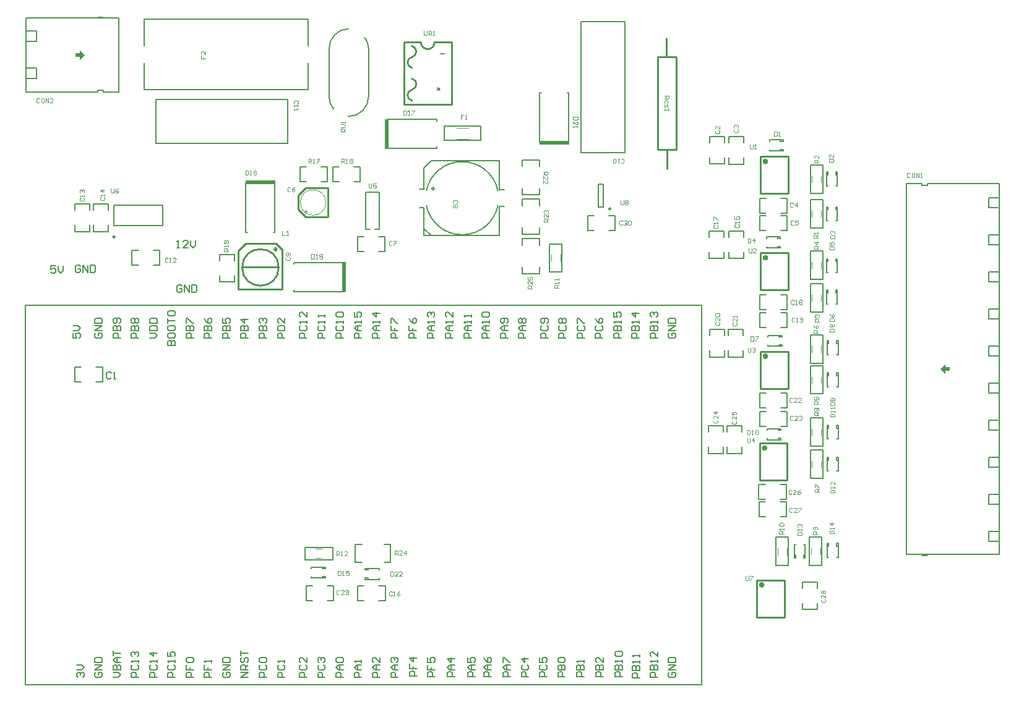
<source format=gto>
G04 Layer_Color=65535*
%FSLAX44Y44*%
%MOMM*%
G71*
G01*
G75*
%ADD34C,0.2540*%
%ADD49C,0.7620*%
%ADD50C,0.2000*%
%ADD51C,0.1000*%
%ADD52C,0.2500*%
%ADD53C,0.1270*%
%ADD54C,0.1778*%
%ADD55C,0.1016*%
%ADD56C,0.1780*%
%ADD57R,0.5080X4.1656*%
%ADD58R,4.1656X0.5080*%
G36*
X241940Y399340D02*
X248290D01*
Y394260D01*
X241940D01*
Y390450D01*
X235590Y396800D01*
X241940Y403150D01*
Y399340D01*
D02*
G37*
G36*
X-935590Y827000D02*
X-941940Y820650D01*
Y824460D01*
X-948290D01*
Y829540D01*
X-941940D01*
Y833350D01*
X-935590Y827000D01*
D02*
G37*
D34*
X-475401Y844400D02*
G03*
X-456701Y844499I9350J49D01*
G01*
X-487641Y824276D02*
G03*
X-487641Y839287I-1702J7506D01*
G01*
Y824301D02*
G03*
X-487641Y809290I1702J-7506D01*
G01*
Y779572D02*
G03*
X-487641Y794583I-1702J7506D01*
G01*
Y779597D02*
G03*
X-487641Y764586I1702J-7506D01*
G01*
X-670000Y536000D02*
G03*
X-670000Y536000I-25000J0D01*
G01*
X-10923Y370000D02*
Y420800D01*
Y370000D02*
X26923D01*
Y420800D01*
X-10923D02*
X26923D01*
X-433498Y759399D02*
Y844400D01*
X-498502Y759399D02*
X-433501D01*
X-498499D02*
Y844400D01*
X-456600D02*
X-433498D01*
X-498499D02*
X-475398D01*
X-10923Y505000D02*
Y555800D01*
Y505000D02*
X26923D01*
Y555800D01*
X-10923D02*
X26923D01*
X-139000Y671084D02*
Y697500D01*
X-151700Y824500D02*
X-139508D01*
X-151700Y697500D02*
Y824500D01*
Y697500D02*
X-126300D01*
Y824500D01*
X-139000D02*
X-126300D01*
X-139254Y824754D02*
X-139000Y824500D01*
X-139508D02*
Y850154D01*
X-633000Y645000D02*
X-603000D01*
Y605000D02*
Y645000D01*
X-633000Y605000D02*
X-603000D01*
X-643000Y615000D02*
X-633000Y605000D01*
X-643000Y615000D02*
Y635000D01*
X-633000Y645000D01*
X-677500Y561000D02*
X-672500D01*
X-719000Y537000D02*
X-671000D01*
X-715000Y569000D02*
X-674000D01*
X-665000Y560000D01*
Y506000D02*
Y560000D01*
X-723000Y561000D02*
X-715000Y569000D01*
X-725000Y506000D02*
Y559000D01*
X-674000Y569000D02*
X-666000Y561000D01*
X-676000Y569000D02*
X-674000D01*
X-725000Y559000D02*
X-715000Y569000D01*
X-713000D01*
X-725000Y506000D02*
X-665000D01*
X-675000Y558500D02*
Y563500D01*
X-11958Y295150D02*
X25888D01*
Y244350D02*
Y295150D01*
X-11958Y244350D02*
X25888D01*
X-11958D02*
Y295150D01*
X-10923Y687800D02*
X26923D01*
Y637000D02*
Y687800D01*
X-10923Y637000D02*
X26923D01*
X-10923D02*
Y687800D01*
X-15888Y107750D02*
X21958D01*
Y56950D02*
Y107750D01*
X-15888Y56950D02*
X21958D01*
X-15888D02*
Y107750D01*
D49*
X-4065Y414196D02*
G03*
X-4042Y414203I-318J1030D01*
G01*
X-4065Y549196D02*
G03*
X-4042Y549203I-318J1030D01*
G01*
X-5100Y288546D02*
G03*
X-5077Y288553I-318J1030D01*
G01*
X-4065Y681196D02*
G03*
X-4042Y681203I-318J1030D01*
G01*
X-9030Y101146D02*
G03*
X-9007Y101153I-318J1030D01*
G01*
D50*
X-547000Y836000D02*
G03*
X-552529Y851360I-26980J-1038D01*
G01*
X-575038Y862980D02*
G03*
X-601000Y836000I1038J-26980D01*
G01*
Y770000D02*
G03*
X-594986Y753012I27000J0D01*
G01*
X-574999Y743018D02*
G03*
X-547000Y770000I999J26981D01*
G01*
X20500Y695900D02*
Y697900D01*
X1500Y695900D02*
Y697900D01*
X20500Y708900D02*
Y710900D01*
X1500Y708900D02*
Y710900D01*
Y695900D02*
X20500D01*
X1500Y710900D02*
X20500D01*
X16500Y708900D02*
X20500D01*
X16500D02*
Y710900D01*
Y695900D02*
Y697900D01*
X20500D01*
X-1017000Y-35500D02*
Y484000D01*
Y-35500D02*
X-91000D01*
X-1017000Y484000D02*
X-91000D01*
Y-35500D02*
Y484000D01*
X-601000Y770000D02*
Y836000D01*
X-547000Y770000D02*
Y836000D01*
X93500Y157900D02*
X95500D01*
X93500Y138900D02*
X95500D01*
X80500Y157900D02*
X82500D01*
X80500Y138900D02*
X82500D01*
X95500D02*
Y157900D01*
X80500Y138900D02*
Y157900D01*
X82500Y153900D02*
Y157900D01*
X80500Y153900D02*
X82500D01*
X93500D02*
X95500D01*
X93500D02*
Y157900D01*
Y275900D02*
X95500D01*
X93500Y256900D02*
X95500D01*
X80500Y275900D02*
X82500D01*
X80500Y256900D02*
X82500D01*
X95500D02*
Y275900D01*
X80500Y256900D02*
Y275900D01*
X82500Y271900D02*
Y275900D01*
X80500Y271900D02*
X82500D01*
X93500D02*
X95500D01*
X93500D02*
Y275900D01*
Y391500D02*
X95500D01*
X93500Y372500D02*
X95500D01*
X80500Y391500D02*
X82500D01*
X80500Y372500D02*
X82500D01*
X95500D02*
Y391500D01*
X80500Y372500D02*
Y391500D01*
X82500Y387500D02*
Y391500D01*
X80500Y387500D02*
X82500D01*
X93500D02*
X95500D01*
X93500D02*
Y391500D01*
Y435650D02*
X95500D01*
X93500Y416650D02*
X95500D01*
X80500Y435650D02*
X82500D01*
X80500Y416650D02*
X82500D01*
X95500D02*
Y435650D01*
X80500Y416650D02*
Y435650D01*
X82500Y431650D02*
Y435650D01*
X80500Y431650D02*
X82500D01*
X93500D02*
X95500D01*
X93500D02*
Y435650D01*
X18500Y427900D02*
Y429900D01*
X-500Y427900D02*
Y429900D01*
X18500Y440900D02*
Y442900D01*
X-500Y440900D02*
Y442900D01*
Y427900D02*
X18500D01*
X-500Y442900D02*
X18500D01*
X14500Y440900D02*
X18500D01*
X14500D02*
Y442900D01*
Y427900D02*
Y429900D01*
X18500D01*
X92500Y504900D02*
X94500D01*
X92500Y485900D02*
X94500D01*
X79500Y504900D02*
X81500D01*
X79500Y485900D02*
X81500D01*
X94500D02*
Y504900D01*
X79500Y485900D02*
Y504900D01*
X81500Y500900D02*
Y504900D01*
X79500Y500900D02*
X81500D01*
X92500D02*
X94500D01*
X92500D02*
Y504900D01*
Y547900D02*
X94500D01*
X92500Y528900D02*
X94500D01*
X79500Y547900D02*
X81500D01*
X79500Y528900D02*
X81500D01*
X94500D02*
Y547900D01*
X79500Y528900D02*
Y547900D01*
X81500Y543900D02*
Y547900D01*
X79500Y543900D02*
X81500D01*
X92500D02*
X94500D01*
X92500D02*
Y547900D01*
X16500Y562900D02*
Y564900D01*
X-2500Y562900D02*
Y564900D01*
X16500Y575900D02*
Y577900D01*
X-2500Y575900D02*
Y577900D01*
Y562900D02*
X16500D01*
X-2500Y577900D02*
X16500D01*
X12500Y575900D02*
X16500D01*
X12500D02*
Y577900D01*
Y562900D02*
Y564900D01*
X16500D01*
X92500Y619150D02*
X94500D01*
X92500Y600150D02*
X94500D01*
X79500Y619150D02*
X81500D01*
X79500Y600150D02*
X81500D01*
X94500D02*
Y619150D01*
X79500Y600150D02*
Y619150D01*
X81500Y615150D02*
Y619150D01*
X79500Y615150D02*
X81500D01*
X92500D02*
X94500D01*
X92500D02*
Y619150D01*
Y666650D02*
X94500D01*
X92500Y647650D02*
X94500D01*
X79500Y666650D02*
X81500D01*
X79500Y647650D02*
X81500D01*
X94500D02*
Y666650D01*
X79500Y647650D02*
Y666650D01*
X81500Y662650D02*
Y666650D01*
X79500Y662650D02*
X81500D01*
X92500D02*
X94500D01*
X92500D02*
Y666650D01*
X-610250Y112500D02*
X-606250D01*
X-610250Y110500D02*
Y112500D01*
Y123500D02*
Y125500D01*
Y123500D02*
X-606250D01*
X-625250Y125500D02*
X-606250D01*
X-625250Y110500D02*
X-606250D01*
X-625250Y123500D02*
Y125500D01*
X-606250Y123500D02*
Y125500D01*
X-625250Y110500D02*
Y112500D01*
X-606250Y110500D02*
Y112500D01*
X-895500Y593000D02*
X-828500D01*
X-895500Y621000D02*
X-828500D01*
X-895500Y593000D02*
Y621000D01*
X-828500Y593000D02*
Y621000D01*
X-551290Y587950D02*
X-544675D01*
X-551290D02*
Y638750D01*
X-532240D01*
Y587950D02*
Y638750D01*
X-538325Y587950D02*
X-532240D01*
X37500Y137900D02*
Y141900D01*
X35500D02*
X37500D01*
X48500D02*
X50500D01*
X48500Y137900D02*
Y141900D01*
X50500Y137900D02*
Y156900D01*
X35500Y137900D02*
Y156900D01*
X48500D02*
X50500D01*
X48500Y137900D02*
X50500D01*
X35500Y156900D02*
X37500D01*
X35500Y137900D02*
X37500D01*
X93500Y315900D02*
Y319900D01*
Y315900D02*
X95500D01*
X80500D02*
X82500D01*
Y319900D01*
X80500Y300900D02*
Y319900D01*
X95500Y300900D02*
Y319900D01*
X80500Y300900D02*
X82500D01*
X80500Y319900D02*
X82500D01*
X93500Y300900D02*
X95500D01*
X93500Y319900D02*
X95500D01*
X13500Y301900D02*
X17500D01*
X13500Y299900D02*
Y301900D01*
Y312900D02*
Y314900D01*
Y312900D02*
X17500D01*
X-1500Y314900D02*
X17500D01*
X-1500Y299900D02*
X17500D01*
X-1500Y312900D02*
Y314900D01*
X17500Y312900D02*
Y314900D01*
X-1500Y299900D02*
Y301900D01*
X17500Y299900D02*
Y301900D01*
X-551500Y121500D02*
X-547500D01*
Y123500D01*
Y108500D02*
Y110500D01*
X-551500D02*
X-547500D01*
X-551500Y108500D02*
X-532500D01*
X-551500Y123500D02*
X-532500D01*
Y108500D02*
Y110500D01*
X-551500Y108500D02*
Y110500D01*
X-532500Y121500D02*
Y123500D01*
X-551500Y121500D02*
Y123500D01*
X-232500Y619000D02*
X-225500D01*
X-232500Y650000D02*
X-225500D01*
Y619000D02*
Y650000D01*
X-232500Y619000D02*
Y650000D01*
D51*
X-605500Y625000D02*
G03*
X-605500Y625000I-17500J0D01*
G01*
X-633000Y610000D02*
Y615000D01*
Y612500D02*
X-630500D01*
X-635500D02*
X-633000D01*
X-471000Y859998D02*
Y855000D01*
X-470000Y854000D01*
X-468001D01*
X-467001Y855000D01*
Y859998D01*
X-465002Y854000D02*
Y859998D01*
X-462003D01*
X-461003Y858998D01*
Y856999D01*
X-462003Y855999D01*
X-465002D01*
X-463003D02*
X-461003Y854000D01*
X-459004D02*
X-457005D01*
X-458004D01*
Y859998D01*
X-459004Y858998D01*
X-900000Y643998D02*
Y639000D01*
X-899000Y638000D01*
X-897001D01*
X-896001Y639000D01*
Y643998D01*
X-890003D02*
X-892003Y642998D01*
X-894002Y640999D01*
Y639000D01*
X-893002Y638000D01*
X-891003D01*
X-890003Y639000D01*
Y639999D01*
X-891003Y640999D01*
X-894002D01*
X-547000Y650698D02*
Y645700D01*
X-546000Y644700D01*
X-544001D01*
X-543001Y645700D01*
Y650698D01*
X-537003D02*
X-541002D01*
Y647699D01*
X-539003Y648699D01*
X-538003D01*
X-537003Y647699D01*
Y645700D01*
X-538003Y644700D01*
X-540002D01*
X-541002Y645700D01*
X-579000Y722000D02*
X-584998D01*
Y724999D01*
X-583998Y725999D01*
X-581999D01*
X-580999Y724999D01*
Y722000D01*
Y723999D02*
X-579000Y725999D01*
X-584998Y727998D02*
X-580999D01*
X-579000Y729997D01*
X-580999Y731997D01*
X-584998D01*
X-579000Y733996D02*
Y735995D01*
Y734996D01*
X-584998D01*
X-583998Y733996D01*
X-665000Y585998D02*
Y580000D01*
X-661001D01*
X-659002D02*
X-657003D01*
X-658002D01*
Y585998D01*
X-659002Y584998D01*
X-775998Y825999D02*
Y822000D01*
X-772999D01*
Y823999D01*
Y822000D01*
X-770000D01*
Y831997D02*
Y827998D01*
X-773999Y831997D01*
X-774998D01*
X-775998Y830997D01*
Y828998D01*
X-774998Y827998D01*
X-417001Y744998D02*
X-421000D01*
Y741999D01*
X-419001D01*
X-421000D01*
Y739000D01*
X-415002D02*
X-413003D01*
X-414002D01*
Y744998D01*
X-415002Y743998D01*
X-625100Y553998D02*
Y548000D01*
X-622101D01*
X-621101Y549000D01*
Y552998D01*
X-622101Y553998D01*
X-625100D01*
X-619102Y548000D02*
X-617103D01*
X-618102D01*
Y553998D01*
X-619102Y552998D01*
X-614104Y549000D02*
X-613104Y548000D01*
X-611105D01*
X-610105Y549000D01*
Y552998D01*
X-611105Y553998D01*
X-613104D01*
X-614104Y552998D01*
Y551999D01*
X-613104Y550999D01*
X-610105D01*
X-715447Y669015D02*
Y663017D01*
X-712448D01*
X-711448Y664017D01*
Y668015D01*
X-712448Y669015D01*
X-715447D01*
X-709449Y663017D02*
X-707450D01*
X-708449D01*
Y669015D01*
X-709449Y668015D01*
X-704451D02*
X-703451Y669015D01*
X-701452D01*
X-700452Y668015D01*
Y667016D01*
X-701452Y666016D01*
X-700452Y665016D01*
Y664017D01*
X-701452Y663017D01*
X-703451D01*
X-704451Y664017D01*
Y665016D01*
X-703451Y666016D01*
X-704451Y667016D01*
Y668015D01*
X-703451Y666016D02*
X-701452D01*
X-499100Y750998D02*
Y745000D01*
X-496101D01*
X-495101Y746000D01*
Y749998D01*
X-496101Y750998D01*
X-499100D01*
X-493102Y745000D02*
X-491103D01*
X-492102D01*
Y750998D01*
X-493102Y749998D01*
X-488104Y750998D02*
X-484105D01*
Y749998D01*
X-488104Y746000D01*
Y745000D01*
X-997001Y766598D02*
X-998001Y767598D01*
X-1000000D01*
X-1001000Y766598D01*
Y762600D01*
X-1000000Y761600D01*
X-998001D01*
X-997001Y762600D01*
X-992003Y767598D02*
X-994002D01*
X-995002Y766598D01*
Y762600D01*
X-994002Y761600D01*
X-992003D01*
X-991003Y762600D01*
Y766598D01*
X-992003Y767598D01*
X-989004Y761600D02*
Y767598D01*
X-985005Y761600D01*
Y767598D01*
X-979007Y761600D02*
X-983006D01*
X-979007Y765599D01*
Y766598D01*
X-980007Y767598D01*
X-982006D01*
X-983006Y766598D01*
X-912998Y631999D02*
X-913998Y630999D01*
Y629000D01*
X-912998Y628000D01*
X-909000D01*
X-908000Y629000D01*
Y630999D01*
X-909000Y631999D01*
X-908000Y633998D02*
Y635997D01*
Y634998D01*
X-913998D01*
X-912998Y633998D01*
X-908000Y641995D02*
X-913998D01*
X-910999Y638996D01*
Y642995D01*
X-940998Y631159D02*
X-941998Y630159D01*
Y628160D01*
X-940998Y627160D01*
X-937000D01*
X-936000Y628160D01*
Y630159D01*
X-937000Y631159D01*
X-936000Y633158D02*
Y635158D01*
Y634158D01*
X-941998D01*
X-940998Y633158D01*
Y638157D02*
X-941998Y639156D01*
Y641155D01*
X-940998Y642155D01*
X-939999D01*
X-938999Y641155D01*
Y640156D01*
Y641155D01*
X-937999Y642155D01*
X-937000D01*
X-936000Y641155D01*
Y639156D01*
X-937000Y638157D01*
X-821681Y547998D02*
X-822681Y548998D01*
X-824680D01*
X-825680Y547998D01*
Y544000D01*
X-824680Y543000D01*
X-822681D01*
X-821681Y544000D01*
X-819682Y543000D02*
X-817683D01*
X-818682D01*
Y548998D01*
X-819682Y547998D01*
X-810685Y543000D02*
X-814684D01*
X-810685Y546999D01*
Y547998D01*
X-811685Y548998D01*
X-813684D01*
X-814684Y547998D01*
X-644577Y760322D02*
X-643577Y761322D01*
Y763321D01*
X-644577Y764321D01*
X-648575D01*
X-649575Y763321D01*
Y761322D01*
X-648575Y760322D01*
X-649575Y758323D02*
Y756324D01*
Y757323D01*
X-643577D01*
X-644577Y758323D01*
X-649575Y753325D02*
Y751325D01*
Y752325D01*
X-643577D01*
X-644577Y753325D01*
X-201678Y679577D02*
X-200678Y678577D01*
X-198679D01*
X-197679Y679577D01*
Y683575D01*
X-198679Y684575D01*
X-200678D01*
X-201678Y683575D01*
X-203677Y684575D02*
X-205676D01*
X-204677D01*
Y678577D01*
X-203677Y679577D01*
X-208675D02*
X-209675Y678577D01*
X-211674D01*
X-212674Y679577D01*
Y683575D01*
X-211674Y684575D01*
X-209675D01*
X-208675Y683575D01*
Y679577D01*
X-658998Y549999D02*
X-659998Y548999D01*
Y547000D01*
X-658998Y546000D01*
X-655000D01*
X-654000Y547000D01*
Y548999D01*
X-655000Y549999D01*
Y551998D02*
X-654000Y552998D01*
Y554997D01*
X-655000Y555997D01*
X-658998D01*
X-659998Y554997D01*
Y552998D01*
X-658998Y551998D01*
X-657999D01*
X-656999Y552998D01*
Y555997D01*
X-654001Y644998D02*
X-655001Y645998D01*
X-657000D01*
X-658000Y644998D01*
Y641000D01*
X-657000Y640000D01*
X-655001D01*
X-654001Y641000D01*
X-648003Y645998D02*
X-650003Y644998D01*
X-652002Y642999D01*
Y641000D01*
X-651002Y640000D01*
X-649003D01*
X-648003Y641000D01*
Y641999D01*
X-649003Y642999D01*
X-652002D01*
X-25000Y704398D02*
Y699400D01*
X-24000Y698400D01*
X-22001D01*
X-21001Y699400D01*
Y704398D01*
X-19002Y698400D02*
X-17003D01*
X-18002D01*
Y704398D01*
X-19002Y703398D01*
X21000Y170830D02*
X15002D01*
Y173829D01*
X16002Y174829D01*
X18001D01*
X19001Y173829D01*
Y170830D01*
Y172829D02*
X21000Y174829D01*
Y176828D02*
Y178827D01*
Y177828D01*
X15002D01*
X16002Y176828D01*
Y181826D02*
X15002Y182826D01*
Y184825D01*
X16002Y185825D01*
X20000D01*
X21000Y184825D01*
Y182826D01*
X20000Y181826D01*
X16002D01*
X67000Y170400D02*
X61002D01*
Y173399D01*
X62002Y174399D01*
X64001D01*
X65001Y173399D01*
Y170400D01*
Y172399D02*
X67000Y174399D01*
X66000Y176398D02*
X67000Y177398D01*
Y179397D01*
X66000Y180397D01*
X62002D01*
X61002Y179397D01*
Y177398D01*
X62002Y176398D01*
X63001D01*
X64001Y177398D01*
Y180397D01*
X69000Y333260D02*
X63002D01*
Y336259D01*
X64002Y337259D01*
X66001D01*
X67001Y336259D01*
Y333260D01*
Y335259D02*
X69000Y337259D01*
X64002Y339258D02*
X63002Y340258D01*
Y342257D01*
X64002Y343257D01*
X65001D01*
X66001Y342257D01*
X67001Y343257D01*
X68000D01*
X69000Y342257D01*
Y340258D01*
X68000Y339258D01*
X67001D01*
X66001Y340258D01*
X65001Y339258D01*
X64002D01*
X66001Y340258D02*
Y342257D01*
X70000Y228400D02*
X64002D01*
Y231399D01*
X65002Y232399D01*
X67001D01*
X68001Y231399D01*
Y228400D01*
Y230399D02*
X70000Y232399D01*
X64002Y234398D02*
Y238397D01*
X65002D01*
X69000Y234398D01*
X70000D01*
X68000Y446400D02*
X62002D01*
Y449399D01*
X63002Y450399D01*
X65001D01*
X66001Y449399D01*
Y446400D01*
Y448399D02*
X68000Y450399D01*
X62002Y456397D02*
X63002Y454397D01*
X65001Y452398D01*
X67000D01*
X68000Y453398D01*
Y455397D01*
X67000Y456397D01*
X66001D01*
X65001Y455397D01*
Y452398D01*
X69000Y349000D02*
X63002D01*
Y351999D01*
X64002Y352999D01*
X66001D01*
X67001Y351999D01*
Y349000D01*
Y350999D02*
X69000Y352999D01*
X63002Y358997D02*
Y354998D01*
X66001D01*
X65001Y356997D01*
Y357997D01*
X66001Y358997D01*
X68000D01*
X69000Y357997D01*
Y355998D01*
X68000Y354998D01*
X69000Y561400D02*
X63002D01*
Y564399D01*
X64002Y565399D01*
X66001D01*
X67001Y564399D01*
Y561400D01*
Y563399D02*
X69000Y565399D01*
Y570397D02*
X63002D01*
X66001Y567398D01*
Y571397D01*
X69000Y679400D02*
X63002D01*
Y682399D01*
X64002Y683399D01*
X66001D01*
X67001Y682399D01*
Y679400D01*
Y681399D02*
X69000Y683399D01*
Y689397D02*
Y685398D01*
X65001Y689397D01*
X64002D01*
X63002Y688397D01*
Y686398D01*
X64002Y685398D01*
X84002Y171400D02*
X90000D01*
Y174399D01*
X89000Y175399D01*
X85002D01*
X84002Y174399D01*
Y171400D01*
X90000Y177398D02*
Y179397D01*
Y178398D01*
X84002D01*
X85002Y177398D01*
X90000Y185396D02*
X84002D01*
X87001Y182396D01*
Y186395D01*
X40002Y169400D02*
X46000D01*
Y172399D01*
X45000Y173399D01*
X41002D01*
X40002Y172399D01*
Y169400D01*
X46000Y175398D02*
Y177397D01*
Y176398D01*
X40002D01*
X41002Y175398D01*
Y180396D02*
X40002Y181396D01*
Y183395D01*
X41002Y184395D01*
X42001D01*
X43001Y183395D01*
Y182396D01*
Y183395D01*
X44001Y184395D01*
X45000D01*
X46000Y183395D01*
Y181396D01*
X45000Y180396D01*
X85002Y227400D02*
X91000D01*
Y230399D01*
X90000Y231399D01*
X86002D01*
X85002Y230399D01*
Y227400D01*
X91000Y233398D02*
Y235397D01*
Y234398D01*
X85002D01*
X86002Y233398D01*
X91000Y242395D02*
Y238396D01*
X87001Y242395D01*
X86002D01*
X85002Y241395D01*
Y239396D01*
X86002Y238396D01*
X85002Y331400D02*
X91000D01*
Y334399D01*
X90000Y335399D01*
X86002D01*
X85002Y334399D01*
Y331400D01*
X91000Y337398D02*
Y339397D01*
Y338398D01*
X85002D01*
X86002Y337398D01*
X91000Y342396D02*
Y344396D01*
Y343396D01*
X85002D01*
X86002Y342396D01*
X-29000Y313398D02*
Y307400D01*
X-26001D01*
X-25001Y308400D01*
Y312398D01*
X-26001Y313398D01*
X-29000D01*
X-23002Y307400D02*
X-21003D01*
X-22002D01*
Y313398D01*
X-23002Y312398D01*
X-18004D02*
X-17004Y313398D01*
X-15005D01*
X-14005Y312398D01*
Y308400D01*
X-15005Y307400D01*
X-17004D01*
X-18004Y308400D01*
Y312398D01*
X85002Y347250D02*
X91000D01*
Y350249D01*
X90000Y351249D01*
X86002D01*
X85002Y350249D01*
Y347250D01*
X90000Y353248D02*
X91000Y354248D01*
Y356247D01*
X90000Y357247D01*
X86002D01*
X85002Y356247D01*
Y354248D01*
X86002Y353248D01*
X87001D01*
X88001Y354248D01*
Y357247D01*
X84002Y448150D02*
X90000D01*
Y451149D01*
X89000Y452149D01*
X85002D01*
X84002Y451149D01*
Y448150D01*
X85002Y454148D02*
X84002Y455148D01*
Y457147D01*
X85002Y458147D01*
X86001D01*
X87001Y457147D01*
X88001Y458147D01*
X89000D01*
X90000Y457147D01*
Y455148D01*
X89000Y454148D01*
X88001D01*
X87001Y455148D01*
X86001Y454148D01*
X85002D01*
X87001Y455148D02*
Y457147D01*
X-24000Y441398D02*
Y435400D01*
X-21001D01*
X-20001Y436400D01*
Y440398D01*
X-21001Y441398D01*
X-24000D01*
X-18002D02*
X-14003D01*
Y440398D01*
X-18002Y436400D01*
Y435400D01*
X84002Y462400D02*
X90000D01*
Y465399D01*
X89000Y466399D01*
X85002D01*
X84002Y465399D01*
Y462400D01*
Y472397D02*
X85002Y470397D01*
X87001Y468398D01*
X89000D01*
X90000Y469398D01*
Y471397D01*
X89000Y472397D01*
X88001D01*
X87001Y471397D01*
Y468398D01*
X84002Y560400D02*
X90000D01*
Y563399D01*
X89000Y564399D01*
X85002D01*
X84002Y563399D01*
Y560400D01*
Y570397D02*
Y566398D01*
X87001D01*
X86001Y568397D01*
Y569397D01*
X87001Y570397D01*
X89000D01*
X90000Y569397D01*
Y567398D01*
X89000Y566398D01*
X-28000Y575998D02*
Y570000D01*
X-25001D01*
X-24001Y571000D01*
Y574998D01*
X-25001Y575998D01*
X-28000D01*
X-19003Y570000D02*
Y575998D01*
X-22002Y572999D01*
X-18003D01*
X85002Y575650D02*
X91000D01*
Y578649D01*
X90000Y579649D01*
X86002D01*
X85002Y578649D01*
Y575650D01*
X86002Y581648D02*
X85002Y582648D01*
Y584647D01*
X86002Y585647D01*
X87001D01*
X88001Y584647D01*
Y583647D01*
Y584647D01*
X89001Y585647D01*
X90000D01*
X91000Y584647D01*
Y582648D01*
X90000Y581648D01*
X83002Y680400D02*
X89000D01*
Y683399D01*
X88000Y684399D01*
X84002D01*
X83002Y683399D01*
Y680400D01*
X89000Y690397D02*
Y686398D01*
X85001Y690397D01*
X84002D01*
X83002Y689397D01*
Y687398D01*
X84002Y686398D01*
X8000Y722398D02*
Y716400D01*
X10999D01*
X11999Y717400D01*
Y721398D01*
X10999Y722398D01*
X8000D01*
X13998Y716400D02*
X15997D01*
X14998D01*
Y722398D01*
X13998Y721398D01*
X-28035Y425748D02*
Y420750D01*
X-27035Y419750D01*
X-25036D01*
X-24036Y420750D01*
Y425748D01*
X-22037Y424748D02*
X-21037Y425748D01*
X-19038D01*
X-18038Y424748D01*
Y423749D01*
X-19038Y422749D01*
X-20038D01*
X-19038D01*
X-18038Y421749D01*
Y420750D01*
X-19038Y419750D01*
X-21037D01*
X-22037Y420750D01*
X-29000Y302398D02*
Y297400D01*
X-28000Y296400D01*
X-26001D01*
X-25001Y297400D01*
Y302398D01*
X-20003Y296400D02*
Y302398D01*
X-23002Y299399D01*
X-19003D01*
X-45998Y725399D02*
X-46998Y724399D01*
Y722400D01*
X-45998Y721400D01*
X-42000D01*
X-41000Y722400D01*
Y724399D01*
X-42000Y725399D01*
X-45998Y727398D02*
X-46998Y728398D01*
Y730397D01*
X-45998Y731397D01*
X-44999D01*
X-43999Y730397D01*
Y729397D01*
Y730397D01*
X-42999Y731397D01*
X-42000D01*
X-41000Y730397D01*
Y728398D01*
X-42000Y727398D01*
X33999Y623398D02*
X32999Y624398D01*
X31000D01*
X30000Y623398D01*
Y619400D01*
X31000Y618400D01*
X32999D01*
X33999Y619400D01*
X38997Y618400D02*
Y624398D01*
X35998Y621399D01*
X39997D01*
X34999Y599398D02*
X33999Y600398D01*
X32000D01*
X31000Y599398D01*
Y595400D01*
X32000Y594400D01*
X33999D01*
X34999Y595400D01*
X40997Y600398D02*
X36998D01*
Y597399D01*
X38997Y598399D01*
X39997D01*
X40997Y597399D01*
Y595400D01*
X39997Y594400D01*
X37998D01*
X36998Y595400D01*
X-27000Y561998D02*
Y557000D01*
X-26000Y556000D01*
X-24001D01*
X-23001Y557000D01*
Y561998D01*
X-17003Y556000D02*
X-21002D01*
X-17003Y559999D01*
Y560998D01*
X-18003Y561998D01*
X-20002D01*
X-21002Y560998D01*
X68000Y576400D02*
X62002D01*
Y579399D01*
X63002Y580399D01*
X65001D01*
X66001Y579399D01*
Y576400D01*
Y578399D02*
X68000Y580399D01*
Y582398D02*
Y584397D01*
Y583398D01*
X62002D01*
X63002Y582398D01*
X-142000Y771000D02*
X-136002D01*
Y768001D01*
X-137002Y767001D01*
X-139001D01*
X-140001Y768001D01*
Y771000D01*
Y769001D02*
X-142000Y767001D01*
X-138001Y761003D02*
Y764002D01*
X-139001Y765002D01*
X-141000D01*
X-142000Y764002D01*
Y761003D01*
Y759004D02*
Y756005D01*
X-141000Y755005D01*
X-140001Y756005D01*
Y758004D01*
X-139001Y759004D01*
X-138001Y758004D01*
Y755005D01*
X-142000Y753006D02*
Y751006D01*
Y752006D01*
X-136002D01*
X-137002Y753006D01*
X-426452Y624001D02*
X-425452Y625001D01*
Y627000D01*
X-426452Y628000D01*
X-430450D01*
X-431450Y627000D01*
Y625001D01*
X-430450Y624001D01*
X-426452Y622002D02*
X-425452Y621002D01*
Y619003D01*
X-426452Y618003D01*
X-427451D01*
X-428451Y619003D01*
X-429451Y618003D01*
X-430450D01*
X-431450Y619003D01*
Y621002D01*
X-430450Y622002D01*
X-429451D01*
X-428451Y621002D01*
X-427451Y622002D01*
X-426452D01*
X-428451Y621002D02*
Y619003D01*
X-515161Y570998D02*
X-516161Y571998D01*
X-518160D01*
X-519160Y570998D01*
Y567000D01*
X-518160Y566000D01*
X-516161D01*
X-515161Y567000D01*
X-513162Y571998D02*
X-509163D01*
Y570998D01*
X-513162Y567000D01*
Y566000D01*
X-629160Y679000D02*
Y684998D01*
X-626161D01*
X-625161Y683998D01*
Y681999D01*
X-626161Y680999D01*
X-629160D01*
X-627161D02*
X-625161Y679000D01*
X-623162D02*
X-621162D01*
X-622162D01*
Y684998D01*
X-623162Y683998D01*
X-618163Y684998D02*
X-614165D01*
Y683998D01*
X-618163Y680000D01*
Y679000D01*
X-589000Y119998D02*
Y114000D01*
X-586001D01*
X-585001Y115000D01*
Y118998D01*
X-586001Y119998D01*
X-589000D01*
X-583002Y114000D02*
X-581003D01*
X-582002D01*
Y119998D01*
X-583002Y118998D01*
X-574005Y119998D02*
X-578004D01*
Y116999D01*
X-576004Y117999D01*
X-575005D01*
X-574005Y116999D01*
Y115000D01*
X-575005Y114000D01*
X-577004D01*
X-578004Y115000D01*
X-287000Y508000D02*
X-292998D01*
Y510999D01*
X-291998Y511999D01*
X-289999D01*
X-288999Y510999D01*
Y508000D01*
Y509999D02*
X-287000Y511999D01*
Y513998D02*
Y515997D01*
Y514998D01*
X-292998D01*
X-291998Y513998D01*
X-287000Y518996D02*
Y520996D01*
Y519996D01*
X-292998D01*
X-291998Y518996D01*
X-591000Y141000D02*
Y146998D01*
X-588001D01*
X-587001Y145998D01*
Y143999D01*
X-588001Y142999D01*
X-591000D01*
X-589001D02*
X-587001Y141000D01*
X-585002D02*
X-583003D01*
X-584002D01*
Y146998D01*
X-585002Y145998D01*
X-576005Y141000D02*
X-580004D01*
X-576005Y144999D01*
Y145998D01*
X-577005Y146998D01*
X-579004D01*
X-580004Y145998D01*
X-515001Y90998D02*
X-516001Y91998D01*
X-518000D01*
X-519000Y90998D01*
Y87000D01*
X-518000Y86000D01*
X-516001D01*
X-515001Y87000D01*
X-513002Y86000D02*
X-511003D01*
X-512002D01*
Y91998D01*
X-513002Y90998D01*
X-504005Y91998D02*
X-506004Y90998D01*
X-508004Y88999D01*
Y87000D01*
X-507004Y86000D01*
X-505005D01*
X-504005Y87000D01*
Y87999D01*
X-505005Y88999D01*
X-508004D01*
X-323000Y507000D02*
X-328998D01*
Y509999D01*
X-327998Y510999D01*
X-325999D01*
X-324999Y509999D01*
Y507000D01*
Y508999D02*
X-323000Y510999D01*
Y516997D02*
Y512998D01*
X-326999Y516997D01*
X-327998D01*
X-328998Y515997D01*
Y513998D01*
X-327998Y512998D01*
X-328998Y522995D02*
Y518996D01*
X-325999D01*
X-326999Y520995D01*
Y521995D01*
X-325999Y522995D01*
X-324000D01*
X-323000Y521995D01*
Y519996D01*
X-324000Y518996D01*
X-511000Y142000D02*
Y147998D01*
X-508001D01*
X-507001Y146998D01*
Y144999D01*
X-508001Y143999D01*
X-511000D01*
X-509001D02*
X-507001Y142000D01*
X-501003D02*
X-505002D01*
X-501003Y145999D01*
Y146998D01*
X-502003Y147998D01*
X-504002D01*
X-505002Y146998D01*
X-496005Y142000D02*
Y147998D01*
X-499004Y144999D01*
X-495005D01*
X-301000Y598500D02*
X-306998D01*
Y601499D01*
X-305998Y602499D01*
X-303999D01*
X-302999Y601499D01*
Y598500D01*
Y600499D02*
X-301000Y602499D01*
Y608497D02*
Y604498D01*
X-304999Y608497D01*
X-305998D01*
X-306998Y607497D01*
Y605498D01*
X-305998Y604498D01*
Y610496D02*
X-306998Y611496D01*
Y613495D01*
X-305998Y614495D01*
X-304999D01*
X-303999Y613495D01*
Y612495D01*
Y613495D01*
X-302999Y614495D01*
X-302000D01*
X-301000Y613495D01*
Y611496D01*
X-302000Y610496D01*
X-308000Y667000D02*
X-302002D01*
Y664001D01*
X-303002Y663001D01*
X-305001D01*
X-306001Y664001D01*
Y667000D01*
Y665001D02*
X-308000Y663001D01*
Y657003D02*
Y661002D01*
X-304001Y657003D01*
X-303002D01*
X-302002Y658003D01*
Y660002D01*
X-303002Y661002D01*
X-308000Y651005D02*
Y655004D01*
X-304001Y651005D01*
X-303002D01*
X-302002Y652005D01*
Y654004D01*
X-303002Y655004D01*
X-739000Y558160D02*
X-744998D01*
Y561159D01*
X-743998Y562159D01*
X-741999D01*
X-740999Y561159D01*
Y558160D01*
Y560159D02*
X-739000Y562159D01*
Y564158D02*
Y566157D01*
Y565158D01*
X-744998D01*
X-743998Y564158D01*
X-740000Y569156D02*
X-739000Y570156D01*
Y572155D01*
X-740000Y573155D01*
X-743998D01*
X-744998Y572155D01*
Y570156D01*
X-743998Y569156D01*
X-742999D01*
X-741999Y570156D01*
Y573155D01*
X-584000Y679000D02*
Y684998D01*
X-581001D01*
X-580001Y683998D01*
Y681999D01*
X-581001Y680999D01*
X-584000D01*
X-582001D02*
X-580001Y679000D01*
X-578002D02*
X-576003D01*
X-577002D01*
Y684998D01*
X-578002Y683998D01*
X-573004D02*
X-572004Y684998D01*
X-570005D01*
X-569005Y683998D01*
Y682999D01*
X-570005Y681999D01*
X-569005Y680999D01*
Y680000D01*
X-570005Y679000D01*
X-572004D01*
X-573004Y680000D01*
Y680999D01*
X-572004Y681999D01*
X-573004Y682999D01*
Y683998D01*
X-572004Y681999D02*
X-570005D01*
X-517000Y118998D02*
Y113000D01*
X-514001D01*
X-513001Y114000D01*
Y117998D01*
X-514001Y118998D01*
X-517000D01*
X-507003Y113000D02*
X-511002D01*
X-507003Y116999D01*
Y117998D01*
X-508003Y118998D01*
X-510002D01*
X-511002Y117998D01*
X-501005Y113000D02*
X-505004D01*
X-501005Y116999D01*
Y117998D01*
X-502005Y118998D01*
X-504004D01*
X-505004Y117998D01*
X-261002Y742000D02*
X-267000D01*
Y739001D01*
X-266000Y738001D01*
X-262002D01*
X-261002Y739001D01*
Y742000D01*
X-267000Y732003D02*
Y736002D01*
X-263001Y732003D01*
X-262002D01*
X-261002Y733003D01*
Y735002D01*
X-262002Y736002D01*
X-267000Y730004D02*
Y728005D01*
Y729004D01*
X-261002D01*
X-262002Y730004D01*
X-71998Y723559D02*
X-72998Y722559D01*
Y720560D01*
X-71998Y719560D01*
X-68000D01*
X-67000Y720560D01*
Y722559D01*
X-68000Y723559D01*
X-67000Y729557D02*
Y725558D01*
X-70999Y729557D01*
X-71998D01*
X-72998Y728557D01*
Y726558D01*
X-71998Y725558D01*
X194250Y664307D02*
X193250Y665307D01*
X191251D01*
X190251Y664307D01*
Y660309D01*
X191251Y659309D01*
X193250D01*
X194250Y660309D01*
X199248Y665307D02*
X197249D01*
X196249Y664307D01*
Y660309D01*
X197249Y659309D01*
X199248D01*
X200248Y660309D01*
Y664307D01*
X199248Y665307D01*
X202247Y659309D02*
Y665307D01*
X206246Y659309D01*
Y665307D01*
X208245Y659309D02*
X210245D01*
X209245D01*
Y665307D01*
X208245Y664307D01*
X-73838Y594159D02*
X-74838Y593159D01*
Y591160D01*
X-73838Y590160D01*
X-69840D01*
X-68840Y591160D01*
Y593159D01*
X-69840Y594159D01*
X-68840Y596158D02*
Y598158D01*
Y597158D01*
X-74838D01*
X-73838Y596158D01*
X-74838Y601157D02*
Y605155D01*
X-73838D01*
X-69840Y601157D01*
X-68840D01*
X34999Y490398D02*
X33999Y491398D01*
X32000D01*
X31000Y490398D01*
Y486400D01*
X32000Y485400D01*
X33999D01*
X34999Y486400D01*
X36998Y485400D02*
X38997D01*
X37998D01*
Y491398D01*
X36998Y490398D01*
X41996D02*
X42996Y491398D01*
X44995D01*
X45995Y490398D01*
Y489399D01*
X44995Y488399D01*
X45995Y487399D01*
Y486400D01*
X44995Y485400D01*
X42996D01*
X41996Y486400D01*
Y487399D01*
X42996Y488399D01*
X41996Y489399D01*
Y490398D01*
X42996Y488399D02*
X44995D01*
X35999Y466398D02*
X34999Y467398D01*
X33000D01*
X32000Y466398D01*
Y462400D01*
X33000Y461400D01*
X34999D01*
X35999Y462400D01*
X37998Y461400D02*
X39997D01*
X38998D01*
Y467398D01*
X37998Y466398D01*
X42996Y462400D02*
X43996Y461400D01*
X45995D01*
X46995Y462400D01*
Y466398D01*
X45995Y467398D01*
X43996D01*
X42996Y466398D01*
Y465399D01*
X43996Y464399D01*
X46995D01*
X-71998Y460999D02*
X-72998Y459999D01*
Y458000D01*
X-71998Y457000D01*
X-68000D01*
X-67000Y458000D01*
Y459999D01*
X-68000Y460999D01*
X-67000Y466997D02*
Y462998D01*
X-70999Y466997D01*
X-71998D01*
X-72998Y465997D01*
Y463998D01*
X-71998Y462998D01*
Y468996D02*
X-72998Y469996D01*
Y471995D01*
X-71998Y472995D01*
X-68000D01*
X-67000Y471995D01*
Y469996D01*
X-68000Y468996D01*
X-71998D01*
X-47998Y460159D02*
X-48998Y459159D01*
Y457160D01*
X-47998Y456160D01*
X-44000D01*
X-43000Y457160D01*
Y459159D01*
X-44000Y460159D01*
X-43000Y466157D02*
Y462158D01*
X-46999Y466157D01*
X-47998D01*
X-48998Y465157D01*
Y463158D01*
X-47998Y462158D01*
X-43000Y468156D02*
Y470155D01*
Y469156D01*
X-48998D01*
X-47998Y468156D01*
X32999Y356398D02*
X31999Y357398D01*
X30000D01*
X29000Y356398D01*
Y352400D01*
X30000Y351400D01*
X31999D01*
X32999Y352400D01*
X38997Y351400D02*
X34998D01*
X38997Y355399D01*
Y356398D01*
X37997Y357398D01*
X35998D01*
X34998Y356398D01*
X44995Y351400D02*
X40996D01*
X44995Y355399D01*
Y356398D01*
X43995Y357398D01*
X41996D01*
X40996Y356398D01*
X33839Y331398D02*
X32839Y332398D01*
X30840D01*
X29840Y331398D01*
Y327400D01*
X30840Y326400D01*
X32839D01*
X33839Y327400D01*
X39837Y326400D02*
X35838D01*
X39837Y330399D01*
Y331398D01*
X38837Y332398D01*
X36838D01*
X35838Y331398D01*
X41836D02*
X42836Y332398D01*
X44835D01*
X45835Y331398D01*
Y330399D01*
X44835Y329399D01*
X43835D01*
X44835D01*
X45835Y328399D01*
Y327400D01*
X44835Y326400D01*
X42836D01*
X41836Y327400D01*
X-73998Y326999D02*
X-74998Y325999D01*
Y324000D01*
X-73998Y323000D01*
X-70000D01*
X-69000Y324000D01*
Y325999D01*
X-70000Y326999D01*
X-69000Y332997D02*
Y328998D01*
X-72999Y332997D01*
X-73998D01*
X-74998Y331997D01*
Y329998D01*
X-73998Y328998D01*
X-69000Y337995D02*
X-74998D01*
X-71999Y334996D01*
Y338995D01*
X-48998Y325999D02*
X-49998Y324999D01*
Y323000D01*
X-48998Y322000D01*
X-45000D01*
X-44000Y323000D01*
Y324999D01*
X-45000Y325999D01*
X-44000Y331997D02*
Y327998D01*
X-47999Y331997D01*
X-48998D01*
X-49998Y330997D01*
Y328998D01*
X-48998Y327998D01*
X-49998Y337995D02*
Y333996D01*
X-46999D01*
X-47999Y335995D01*
Y336995D01*
X-46999Y337995D01*
X-45000D01*
X-44000Y336995D01*
Y334996D01*
X-45000Y333996D01*
X31839Y230398D02*
X30839Y231398D01*
X28840D01*
X27840Y230398D01*
Y226400D01*
X28840Y225400D01*
X30839D01*
X31839Y226400D01*
X37837Y225400D02*
X33838D01*
X37837Y229399D01*
Y230398D01*
X36837Y231398D01*
X34838D01*
X33838Y230398D01*
X43835Y231398D02*
X41835Y230398D01*
X39836Y228399D01*
Y226400D01*
X40836Y225400D01*
X42835D01*
X43835Y226400D01*
Y227399D01*
X42835Y228399D01*
X39836D01*
X32999Y205398D02*
X31999Y206398D01*
X30000D01*
X29000Y205398D01*
Y201400D01*
X30000Y200400D01*
X31999D01*
X32999Y201400D01*
X38997Y200400D02*
X34998D01*
X38997Y204399D01*
Y205398D01*
X37997Y206398D01*
X35998D01*
X34998Y205398D01*
X40996Y206398D02*
X44995D01*
Y205398D01*
X40996Y201400D01*
Y200400D01*
X73002Y81399D02*
X72002Y80399D01*
Y78400D01*
X73002Y77400D01*
X77000D01*
X78000Y78400D01*
Y80399D01*
X77000Y81399D01*
X78000Y87397D02*
Y83398D01*
X74001Y87397D01*
X73002D01*
X72002Y86397D01*
Y84398D01*
X73002Y83398D01*
Y89396D02*
X72002Y90396D01*
Y92395D01*
X73002Y93395D01*
X74001D01*
X75001Y92395D01*
X76001Y93395D01*
X77000D01*
X78000Y92395D01*
Y90396D01*
X77000Y89396D01*
X76001D01*
X75001Y90396D01*
X74001Y89396D01*
X73002D01*
X75001Y90396D02*
Y92395D01*
X-200001Y598998D02*
X-201001Y599998D01*
X-203000D01*
X-204000Y598998D01*
Y595000D01*
X-203000Y594000D01*
X-201001D01*
X-200001Y595000D01*
X-198002Y598998D02*
X-197002Y599998D01*
X-195003D01*
X-194003Y598998D01*
Y597999D01*
X-195003Y596999D01*
X-196003D01*
X-195003D01*
X-194003Y595999D01*
Y595000D01*
X-195003Y594000D01*
X-197002D01*
X-198002Y595000D01*
X-192004Y598998D02*
X-191004Y599998D01*
X-189005D01*
X-188005Y598998D01*
Y595000D01*
X-189005Y594000D01*
X-191004D01*
X-192004Y595000D01*
Y598998D01*
X70000Y461400D02*
X64002D01*
Y464399D01*
X65002Y465399D01*
X67001D01*
X68001Y464399D01*
Y461400D01*
Y463399D02*
X70000Y465399D01*
X65002Y467398D02*
X64002Y468398D01*
Y470397D01*
X65002Y471397D01*
X66001D01*
X67001Y470397D01*
Y469397D01*
Y470397D01*
X68001Y471397D01*
X69000D01*
X70000Y470397D01*
Y468398D01*
X69000Y467398D01*
X-30965Y113348D02*
Y108350D01*
X-29965Y107350D01*
X-27966D01*
X-26966Y108350D01*
Y113348D01*
X-24967D02*
X-20968D01*
Y112348D01*
X-24967Y108350D01*
Y107350D01*
X-202000Y627998D02*
Y623000D01*
X-201000Y622000D01*
X-199001D01*
X-198001Y623000D01*
Y627998D01*
X-196002Y626998D02*
X-195002Y627998D01*
X-193003D01*
X-192003Y626998D01*
Y625999D01*
X-193003Y624999D01*
X-192003Y623999D01*
Y623000D01*
X-193003Y622000D01*
X-195002D01*
X-196002Y623000D01*
Y623999D01*
X-195002Y624999D01*
X-196002Y625999D01*
Y626998D01*
X-195002Y624999D02*
X-193003D01*
X-587001Y92998D02*
X-588001Y93998D01*
X-590000D01*
X-591000Y92998D01*
Y89000D01*
X-590000Y88000D01*
X-588001D01*
X-587001Y89000D01*
X-581003Y88000D02*
X-585002D01*
X-581003Y91999D01*
Y92998D01*
X-582003Y93998D01*
X-584002D01*
X-585002Y92998D01*
X-579004Y89000D02*
X-578004Y88000D01*
X-576005D01*
X-575005Y89000D01*
Y92998D01*
X-576005Y93998D01*
X-578004D01*
X-579004Y92998D01*
Y91999D01*
X-578004Y90999D01*
X-575005D01*
X-44998Y594999D02*
X-45998Y593999D01*
Y592000D01*
X-44998Y591000D01*
X-41000D01*
X-40000Y592000D01*
Y593999D01*
X-41000Y594999D01*
X-40000Y596998D02*
Y598997D01*
Y597998D01*
X-45998D01*
X-44998Y596998D01*
X-45998Y605995D02*
Y601996D01*
X-42999D01*
X-43999Y603996D01*
Y604995D01*
X-42999Y605995D01*
X-41000D01*
X-40000Y604995D01*
Y602996D01*
X-41000Y601996D01*
D52*
X-894250Y578000D02*
G03*
X-894250Y578000I-1250J0D01*
G01*
X-215750Y616250D02*
G03*
X-215750Y616250I-1250J0D01*
G01*
D53*
X-468058Y621000D02*
G03*
X-370000Y621000I49029J9806D01*
G01*
X-369971Y640806D02*
G03*
X-468029Y640806I-49029J-9806D01*
G01*
X-629500Y840000D02*
Y876000D01*
X-854500D02*
X-629500D01*
X-854500Y840000D02*
Y876000D01*
Y780000D02*
Y816000D01*
Y780000D02*
X-629500D01*
Y816000D01*
X-443654Y729414D02*
X-393362D01*
X-443654Y709856D02*
Y729414D01*
Y709856D02*
X-393362D01*
Y729414D01*
X10364Y127526D02*
Y166388D01*
Y127526D02*
X27382D01*
Y166388D01*
X10364D02*
X27382D01*
X74636Y404842D02*
Y443704D01*
X57618D02*
X74636D01*
X57618Y404842D02*
Y443704D01*
Y404842D02*
X74636D01*
X57364Y362696D02*
Y401558D01*
Y362696D02*
X74382D01*
Y401558D01*
X57364D02*
X74382D01*
X74636Y519842D02*
Y558704D01*
X57618D02*
X74636D01*
X57618Y519842D02*
Y558704D01*
Y519842D02*
X74636D01*
Y637272D02*
Y676134D01*
X57618D02*
X74636D01*
X57618Y637272D02*
Y676134D01*
Y637272D02*
X74636D01*
X57364Y628958D02*
X74382D01*
Y590096D02*
Y628958D01*
X57364Y590096D02*
X74382D01*
X57364D02*
Y628958D01*
X-595442Y135618D02*
Y152636D01*
X-634304Y135618D02*
X-595442D01*
X-634304D02*
Y152636D01*
X-595442D01*
X-299382Y529442D02*
X-282364D01*
X-299382D02*
Y568304D01*
X-282364D01*
Y529442D02*
Y568304D01*
X56364Y166958D02*
X73382D01*
Y128096D02*
Y166958D01*
X56364Y128096D02*
X73382D01*
X56364D02*
Y166958D01*
X57618Y291272D02*
X74636D01*
X57618D02*
Y330134D01*
X74636D01*
Y291272D02*
Y330134D01*
X57364Y285958D02*
X74382D01*
Y247096D02*
Y285958D01*
X57364Y247096D02*
X74382D01*
X57364D02*
Y285958D01*
X-368250Y642750D02*
Y682500D01*
Y642750D02*
X-361250D01*
X-461000Y682500D02*
X-368250D01*
Y619250D02*
X-368250Y619250D01*
Y579500D02*
Y619250D01*
X-477750Y643250D02*
X-471250D01*
X-477750Y618250D02*
X-471250D01*
X-471000Y643250D02*
Y672500D01*
X-461000Y682500D01*
X-368250Y619250D02*
X-361500D01*
X-471250Y604500D02*
Y618250D01*
X-471000Y589500D02*
X-461000Y579500D01*
X-471250Y598000D02*
Y618250D01*
X-471250Y598000D02*
X-471250Y598000D01*
Y589500D02*
Y618250D01*
Y579500D02*
Y618250D01*
X-471250Y579500D02*
X-471250Y579500D01*
X-471250Y579500D02*
X-368250D01*
X57364Y513958D02*
X74382D01*
Y475096D02*
Y513958D01*
X57364Y475096D02*
X74382D01*
X57364D02*
Y513958D01*
X-899335Y391331D02*
X-901002Y392997D01*
X-904334D01*
X-906000Y391331D01*
Y384666D01*
X-904334Y383000D01*
X-901002D01*
X-899335Y384666D01*
X-896003Y383000D02*
X-892671D01*
X-894337D01*
Y392997D01*
X-896003Y391331D01*
X-941336Y537331D02*
X-943002Y538997D01*
X-946334D01*
X-948000Y537331D01*
Y530666D01*
X-946334Y529000D01*
X-943002D01*
X-941336Y530666D01*
Y533998D01*
X-944668D01*
X-938003Y529000D02*
Y538997D01*
X-931339Y529000D01*
Y538997D01*
X-928006D02*
Y529000D01*
X-923008D01*
X-921342Y530666D01*
Y537331D01*
X-923008Y538997D01*
X-928006D01*
X-975335Y537997D02*
X-982000D01*
Y532998D01*
X-978668Y534664D01*
X-977002D01*
X-975335Y532998D01*
Y529666D01*
X-977002Y528000D01*
X-980334D01*
X-982000Y529666D01*
X-972003Y537997D02*
Y531332D01*
X-968671Y528000D01*
X-965339Y531332D01*
Y537997D01*
X-809000Y563000D02*
X-805668D01*
X-807334D01*
Y572997D01*
X-809000Y571331D01*
X-794005Y563000D02*
X-800669D01*
X-794005Y569664D01*
Y571331D01*
X-795671Y572997D01*
X-799003D01*
X-800669Y571331D01*
X-790673Y572997D02*
Y566332D01*
X-787340Y563000D01*
X-784008Y566332D01*
Y572997D01*
X-802336Y510331D02*
X-804002Y511997D01*
X-807334D01*
X-809000Y510331D01*
Y503666D01*
X-807334Y502000D01*
X-804002D01*
X-802336Y503666D01*
Y506998D01*
X-805668D01*
X-799003Y502000D02*
Y511997D01*
X-792339Y502000D01*
Y511997D01*
X-789006D02*
Y502000D01*
X-784008D01*
X-782342Y503666D01*
Y510331D01*
X-784008Y511997D01*
X-789006D01*
X-200000Y-25000D02*
X-209997D01*
Y-20002D01*
X-208331Y-18335D01*
X-204998D01*
X-203332Y-20002D01*
Y-25000D01*
X-209997Y-15003D02*
X-200000D01*
Y-10005D01*
X-201666Y-8339D01*
X-203332D01*
X-204998Y-10005D01*
Y-15003D01*
Y-10005D01*
X-206665Y-8339D01*
X-208331D01*
X-209997Y-10005D01*
Y-15003D01*
X-200000Y-5006D02*
Y-1674D01*
Y-3340D01*
X-209997D01*
X-208331Y-5006D01*
Y3324D02*
X-209997Y4990D01*
Y8323D01*
X-208331Y9989D01*
X-201666D01*
X-200000Y8323D01*
Y4990D01*
X-201666Y3324D01*
X-208331D01*
X-226000Y-25000D02*
X-235997D01*
Y-20002D01*
X-234331Y-18335D01*
X-230998D01*
X-229332Y-20002D01*
Y-25000D01*
X-235997Y-15003D02*
X-226000D01*
Y-10005D01*
X-227666Y-8339D01*
X-229332D01*
X-230998Y-10005D01*
Y-15003D01*
Y-10005D01*
X-232665Y-8339D01*
X-234331D01*
X-235997Y-10005D01*
Y-15003D01*
X-226000Y1658D02*
Y-5006D01*
X-232665Y1658D01*
X-234331D01*
X-235997Y-8D01*
Y-3340D01*
X-234331Y-5006D01*
X-331600Y439500D02*
X-341597D01*
Y444498D01*
X-339931Y446165D01*
X-336598D01*
X-334932Y444498D01*
Y439500D01*
X-331600Y449497D02*
X-338265D01*
X-341597Y452829D01*
X-338265Y456161D01*
X-331600D01*
X-336598D01*
Y449497D01*
X-339931Y459493D02*
X-341597Y461160D01*
Y464492D01*
X-339931Y466158D01*
X-338265D01*
X-336598Y464492D01*
X-334932Y466158D01*
X-333266D01*
X-331600Y464492D01*
Y461160D01*
X-333266Y459493D01*
X-334932D01*
X-336598Y461160D01*
X-338265Y459493D01*
X-339931D01*
X-336598Y461160D02*
Y464492D01*
X-356600Y439500D02*
X-366597D01*
Y444498D01*
X-364931Y446165D01*
X-361598D01*
X-359932Y444498D01*
Y439500D01*
X-356600Y449497D02*
X-363265D01*
X-366597Y452829D01*
X-363265Y456161D01*
X-356600D01*
X-361598D01*
Y449497D01*
X-358266Y459493D02*
X-356600Y461160D01*
Y464492D01*
X-358266Y466158D01*
X-364931D01*
X-366597Y464492D01*
Y461160D01*
X-364931Y459493D01*
X-363265D01*
X-361598Y461160D01*
Y466158D01*
X-919931Y446165D02*
X-921597Y444498D01*
Y441166D01*
X-919931Y439500D01*
X-913266D01*
X-911600Y441166D01*
Y444498D01*
X-913266Y446165D01*
X-916598D01*
Y442832D01*
X-911600Y449497D02*
X-921597D01*
X-911600Y456161D01*
X-921597D01*
Y459493D02*
X-911600D01*
Y464492D01*
X-913266Y466158D01*
X-919931D01*
X-921597Y464492D01*
Y459493D01*
X-951597Y446165D02*
Y439500D01*
X-946598D01*
X-948264Y442832D01*
Y444498D01*
X-946598Y446165D01*
X-943266D01*
X-941600Y444498D01*
Y441166D01*
X-943266Y439500D01*
X-951597Y449497D02*
X-944932D01*
X-941600Y452829D01*
X-944932Y456161D01*
X-951597D01*
X-886600Y439500D02*
X-896597D01*
Y444498D01*
X-894931Y446165D01*
X-891598D01*
X-889932Y444498D01*
Y439500D01*
X-896597Y449497D02*
X-886600D01*
Y454495D01*
X-888266Y456161D01*
X-889932D01*
X-891598Y454495D01*
Y449497D01*
Y454495D01*
X-893264Y456161D01*
X-894931D01*
X-896597Y454495D01*
Y449497D01*
X-888266Y459493D02*
X-886600Y461160D01*
Y464492D01*
X-888266Y466158D01*
X-894931D01*
X-896597Y464492D01*
Y461160D01*
X-894931Y459493D01*
X-893264D01*
X-891598Y461160D01*
Y466158D01*
X-861600Y439500D02*
X-871597D01*
Y444498D01*
X-869931Y446165D01*
X-866598D01*
X-864932Y444498D01*
Y439500D01*
X-871597Y449497D02*
X-861600D01*
Y454495D01*
X-863266Y456161D01*
X-864932D01*
X-866598Y454495D01*
Y449497D01*
Y454495D01*
X-868264Y456161D01*
X-869931D01*
X-871597Y454495D01*
Y449497D01*
X-869931Y459493D02*
X-871597Y461160D01*
Y464492D01*
X-869931Y466158D01*
X-868264D01*
X-866598Y464492D01*
X-864932Y466158D01*
X-863266D01*
X-861600Y464492D01*
Y461160D01*
X-863266Y459493D01*
X-864932D01*
X-866598Y461160D01*
X-868264Y459493D01*
X-869931D01*
X-866598Y461160D02*
Y464492D01*
X-846597Y439500D02*
X-839932D01*
X-836600Y442832D01*
X-839932Y446165D01*
X-846597D01*
Y449497D02*
X-836600D01*
Y454495D01*
X-838266Y456161D01*
X-844931D01*
X-846597Y454495D01*
Y449497D01*
Y459493D02*
X-836600D01*
Y464492D01*
X-838266Y466158D01*
X-844931D01*
X-846597Y464492D01*
Y459493D01*
X-821597Y429500D02*
X-811600D01*
Y434498D01*
X-813266Y436165D01*
X-814932D01*
X-816598Y434498D01*
Y429500D01*
Y434498D01*
X-818264Y436165D01*
X-819931D01*
X-821597Y434498D01*
Y429500D01*
Y444495D02*
Y441163D01*
X-819931Y439497D01*
X-813266D01*
X-811600Y441163D01*
Y444495D01*
X-813266Y446161D01*
X-819931D01*
X-821597Y444495D01*
Y454492D02*
Y451160D01*
X-819931Y449493D01*
X-813266D01*
X-811600Y451160D01*
Y454492D01*
X-813266Y456158D01*
X-819931D01*
X-821597Y454492D01*
Y459490D02*
Y466155D01*
Y462823D01*
X-811600D01*
X-819931Y469487D02*
X-821597Y471153D01*
Y474486D01*
X-819931Y476152D01*
X-813266D01*
X-811600Y474486D01*
Y471153D01*
X-813266Y469487D01*
X-819931D01*
X-786600Y439500D02*
X-796597D01*
Y444498D01*
X-794931Y446165D01*
X-791598D01*
X-789932Y444498D01*
Y439500D01*
X-796597Y449497D02*
X-786600D01*
Y454495D01*
X-788266Y456161D01*
X-789932D01*
X-791598Y454495D01*
Y449497D01*
Y454495D01*
X-793264Y456161D01*
X-794931D01*
X-796597Y454495D01*
Y449497D01*
Y459493D02*
Y466158D01*
X-794931D01*
X-788266Y459493D01*
X-786600D01*
X-761600Y439500D02*
X-771597D01*
Y444498D01*
X-769931Y446165D01*
X-766598D01*
X-764932Y444498D01*
Y439500D01*
X-771597Y449497D02*
X-761600D01*
Y454495D01*
X-763266Y456161D01*
X-764932D01*
X-766598Y454495D01*
Y449497D01*
Y454495D01*
X-768264Y456161D01*
X-769931D01*
X-771597Y454495D01*
Y449497D01*
Y466158D02*
X-769931Y462826D01*
X-766598Y459493D01*
X-763266D01*
X-761600Y461160D01*
Y464492D01*
X-763266Y466158D01*
X-764932D01*
X-766598Y464492D01*
Y459493D01*
X-736600Y439500D02*
X-746597D01*
Y444498D01*
X-744931Y446165D01*
X-741598D01*
X-739932Y444498D01*
Y439500D01*
X-746597Y449497D02*
X-736600D01*
Y454495D01*
X-738266Y456161D01*
X-739932D01*
X-741598Y454495D01*
Y449497D01*
Y454495D01*
X-743264Y456161D01*
X-744931D01*
X-746597Y454495D01*
Y449497D01*
Y466158D02*
Y459493D01*
X-741598D01*
X-743264Y462826D01*
Y464492D01*
X-741598Y466158D01*
X-738266D01*
X-736600Y464492D01*
Y461160D01*
X-738266Y459493D01*
X-711600Y439500D02*
X-721597D01*
Y444498D01*
X-719931Y446165D01*
X-716598D01*
X-714932Y444498D01*
Y439500D01*
X-721597Y449497D02*
X-711600D01*
Y454495D01*
X-713266Y456161D01*
X-714932D01*
X-716598Y454495D01*
Y449497D01*
Y454495D01*
X-718264Y456161D01*
X-719931D01*
X-721597Y454495D01*
Y449497D01*
X-711600Y464492D02*
X-721597D01*
X-716598Y459493D01*
Y466158D01*
X-686600Y439500D02*
X-696597D01*
Y444498D01*
X-694931Y446165D01*
X-691598D01*
X-689932Y444498D01*
Y439500D01*
X-696597Y449497D02*
X-686600D01*
Y454495D01*
X-688266Y456161D01*
X-689932D01*
X-691598Y454495D01*
Y449497D01*
Y454495D01*
X-693264Y456161D01*
X-694931D01*
X-696597Y454495D01*
Y449497D01*
X-694931Y459493D02*
X-696597Y461160D01*
Y464492D01*
X-694931Y466158D01*
X-693264D01*
X-691598Y464492D01*
Y462826D01*
Y464492D01*
X-689932Y466158D01*
X-688266D01*
X-686600Y464492D01*
Y461160D01*
X-688266Y459493D01*
X-661600Y439500D02*
X-671597D01*
Y444498D01*
X-669931Y446165D01*
X-666598D01*
X-664932Y444498D01*
Y439500D01*
X-671597Y449497D02*
X-661600D01*
Y454495D01*
X-663266Y456161D01*
X-669931D01*
X-671597Y454495D01*
Y449497D01*
X-661600Y466158D02*
Y459493D01*
X-668264Y466158D01*
X-669931D01*
X-671597Y464492D01*
Y461160D01*
X-669931Y459493D01*
X-631600Y439500D02*
X-641597D01*
Y444498D01*
X-639931Y446165D01*
X-636598D01*
X-634932Y444498D01*
Y439500D01*
X-639931Y456161D02*
X-641597Y454495D01*
Y451163D01*
X-639931Y449497D01*
X-633266D01*
X-631600Y451163D01*
Y454495D01*
X-633266Y456161D01*
X-631600Y459493D02*
Y462826D01*
Y461160D01*
X-641597D01*
X-639931Y459493D01*
X-631600Y474489D02*
Y467824D01*
X-638265Y474489D01*
X-639931D01*
X-641597Y472823D01*
Y469490D01*
X-639931Y467824D01*
X-606600Y439500D02*
X-616597D01*
Y444498D01*
X-614931Y446165D01*
X-611598D01*
X-609932Y444498D01*
Y439500D01*
X-614931Y456161D02*
X-616597Y454495D01*
Y451163D01*
X-614931Y449497D01*
X-608266D01*
X-606600Y451163D01*
Y454495D01*
X-608266Y456161D01*
X-606600Y459493D02*
Y462826D01*
Y461160D01*
X-616597D01*
X-614931Y459493D01*
X-606600Y467824D02*
Y471156D01*
Y469490D01*
X-616597D01*
X-614931Y467824D01*
X-581600Y439500D02*
X-591597D01*
Y444498D01*
X-589931Y446165D01*
X-586598D01*
X-584932Y444498D01*
Y439500D01*
X-589931Y456161D02*
X-591597Y454495D01*
Y451163D01*
X-589931Y449497D01*
X-583266D01*
X-581600Y451163D01*
Y454495D01*
X-583266Y456161D01*
X-581600Y459493D02*
Y462826D01*
Y461160D01*
X-591597D01*
X-589931Y459493D01*
Y467824D02*
X-591597Y469490D01*
Y472823D01*
X-589931Y474489D01*
X-583266D01*
X-581600Y472823D01*
Y469490D01*
X-583266Y467824D01*
X-589931D01*
X-506600Y439500D02*
X-516597D01*
Y444498D01*
X-514931Y446165D01*
X-511598D01*
X-509932Y444498D01*
Y439500D01*
X-516597Y456161D02*
Y449497D01*
X-511598D01*
Y452829D01*
Y449497D01*
X-506600D01*
X-516597Y459493D02*
Y466158D01*
X-514931D01*
X-508266Y459493D01*
X-506600D01*
X-481600Y439500D02*
X-491597D01*
Y444498D01*
X-489931Y446165D01*
X-486598D01*
X-484932Y444498D01*
Y439500D01*
X-491597Y456161D02*
Y449497D01*
X-486598D01*
Y452829D01*
Y449497D01*
X-481600D01*
X-491597Y466158D02*
X-489931Y462826D01*
X-486598Y459493D01*
X-483266D01*
X-481600Y461160D01*
Y464492D01*
X-483266Y466158D01*
X-484932D01*
X-486598Y464492D01*
Y459493D01*
X-456600Y439500D02*
X-466597D01*
Y444498D01*
X-464931Y446165D01*
X-461598D01*
X-459932Y444498D01*
Y439500D01*
X-456600Y449497D02*
X-463265D01*
X-466597Y452829D01*
X-463265Y456161D01*
X-456600D01*
X-461598D01*
Y449497D01*
X-456600Y459493D02*
Y462826D01*
Y461160D01*
X-466597D01*
X-464931Y459493D01*
Y467824D02*
X-466597Y469490D01*
Y472823D01*
X-464931Y474489D01*
X-463265D01*
X-461598Y472823D01*
Y471156D01*
Y472823D01*
X-459932Y474489D01*
X-458266D01*
X-456600Y472823D01*
Y469490D01*
X-458266Y467824D01*
X-431600Y439500D02*
X-441597D01*
Y444498D01*
X-439931Y446165D01*
X-436598D01*
X-434932Y444498D01*
Y439500D01*
X-431600Y449497D02*
X-438265D01*
X-441597Y452829D01*
X-438265Y456161D01*
X-431600D01*
X-436598D01*
Y449497D01*
X-431600Y459493D02*
Y462826D01*
Y461160D01*
X-441597D01*
X-439931Y459493D01*
X-431600Y474489D02*
Y467824D01*
X-438265Y474489D01*
X-439931D01*
X-441597Y472823D01*
Y469490D01*
X-439931Y467824D01*
X-201600Y439500D02*
X-211597D01*
Y444498D01*
X-209931Y446165D01*
X-206598D01*
X-204932Y444498D01*
Y439500D01*
X-211597Y449497D02*
X-201600D01*
Y454495D01*
X-203266Y456161D01*
X-204932D01*
X-206598Y454495D01*
Y449497D01*
Y454495D01*
X-208265Y456161D01*
X-209931D01*
X-211597Y454495D01*
Y449497D01*
X-201600Y459493D02*
Y462826D01*
Y461160D01*
X-211597D01*
X-209931Y459493D01*
X-211597Y474489D02*
Y467824D01*
X-206598D01*
X-208265Y471156D01*
Y472823D01*
X-206598Y474489D01*
X-203266D01*
X-201600Y472823D01*
Y469490D01*
X-203266Y467824D01*
X-176600Y439500D02*
X-186597D01*
Y444498D01*
X-184931Y446165D01*
X-181598D01*
X-179932Y444498D01*
Y439500D01*
X-186597Y449497D02*
X-176600D01*
Y454495D01*
X-178266Y456161D01*
X-179932D01*
X-181598Y454495D01*
Y449497D01*
Y454495D01*
X-183265Y456161D01*
X-184931D01*
X-186597Y454495D01*
Y449497D01*
X-176600Y459493D02*
Y462826D01*
Y461160D01*
X-186597D01*
X-184931Y459493D01*
X-176600Y472823D02*
X-186597D01*
X-181598Y467824D01*
Y474489D01*
X-151600Y439500D02*
X-161597D01*
Y444498D01*
X-159931Y446165D01*
X-156598D01*
X-154932Y444498D01*
Y439500D01*
X-161597Y449497D02*
X-151600D01*
Y454495D01*
X-153266Y456161D01*
X-154932D01*
X-156598Y454495D01*
Y449497D01*
Y454495D01*
X-158265Y456161D01*
X-159931D01*
X-161597Y454495D01*
Y449497D01*
X-151600Y459493D02*
Y462826D01*
Y461160D01*
X-161597D01*
X-159931Y459493D01*
Y467824D02*
X-161597Y469490D01*
Y472823D01*
X-159931Y474489D01*
X-158265D01*
X-156598Y472823D01*
Y471156D01*
Y472823D01*
X-154932Y474489D01*
X-153266D01*
X-151600Y472823D01*
Y469490D01*
X-153266Y467824D01*
X-134931Y-18836D02*
X-136597Y-20502D01*
Y-23834D01*
X-134931Y-25500D01*
X-128266D01*
X-126600Y-23834D01*
Y-20502D01*
X-128266Y-18836D01*
X-131598D01*
Y-22168D01*
X-126600Y-15503D02*
X-136597D01*
X-126600Y-8839D01*
X-136597D01*
Y-5507D02*
X-126600D01*
Y-508D01*
X-128266Y1158D01*
X-134931D01*
X-136597Y-508D01*
Y-5507D01*
X-151600Y-25500D02*
X-161597D01*
Y-20502D01*
X-159931Y-18836D01*
X-156598D01*
X-154932Y-20502D01*
Y-25500D01*
X-161597Y-15503D02*
X-151600D01*
Y-10505D01*
X-153266Y-8839D01*
X-154932D01*
X-156598Y-10505D01*
Y-15503D01*
Y-10505D01*
X-158265Y-8839D01*
X-159931D01*
X-161597Y-10505D01*
Y-15503D01*
X-151600Y-5507D02*
Y-2174D01*
Y-3840D01*
X-161597D01*
X-159931Y-5507D01*
X-151600Y9489D02*
Y2824D01*
X-158265Y9489D01*
X-159931D01*
X-161597Y7823D01*
Y4490D01*
X-159931Y2824D01*
X-176000Y-26000D02*
X-185997D01*
Y-21002D01*
X-184331Y-19336D01*
X-180998D01*
X-179332Y-21002D01*
Y-26000D01*
X-185997Y-16003D02*
X-176000D01*
Y-11005D01*
X-177666Y-9339D01*
X-179332D01*
X-180998Y-11005D01*
Y-16003D01*
Y-11005D01*
X-182665Y-9339D01*
X-184331D01*
X-185997Y-11005D01*
Y-16003D01*
X-176000Y-6006D02*
Y-2674D01*
Y-4340D01*
X-185997D01*
X-184331Y-6006D01*
X-176000Y2324D02*
Y5656D01*
Y3990D01*
X-185997D01*
X-184331Y2324D01*
X-252000Y-25000D02*
X-261997D01*
Y-20002D01*
X-260331Y-18335D01*
X-256998D01*
X-255332Y-20002D01*
Y-25000D01*
X-261997Y-15003D02*
X-252000D01*
Y-10005D01*
X-253666Y-8339D01*
X-255332D01*
X-256998Y-10005D01*
Y-15003D01*
Y-10005D01*
X-258664Y-8339D01*
X-260331D01*
X-261997Y-10005D01*
Y-15003D01*
X-252000Y-5006D02*
Y-1674D01*
Y-3340D01*
X-261997D01*
X-260331Y-5006D01*
X-278000Y-25000D02*
X-287997D01*
Y-20002D01*
X-286331Y-18335D01*
X-282998D01*
X-281332Y-20002D01*
Y-25000D01*
X-287997Y-15003D02*
X-278000D01*
Y-10005D01*
X-279666Y-8339D01*
X-281332D01*
X-282998Y-10005D01*
Y-15003D01*
Y-10005D01*
X-284664Y-8339D01*
X-286331D01*
X-287997Y-10005D01*
Y-15003D01*
X-286331Y-5006D02*
X-287997Y-3340D01*
Y-8D01*
X-286331Y1658D01*
X-279666D01*
X-278000Y-8D01*
Y-3340D01*
X-279666Y-5006D01*
X-286331D01*
X-303000Y-25000D02*
X-312997D01*
Y-20002D01*
X-311331Y-18335D01*
X-307998D01*
X-306332Y-20002D01*
Y-25000D01*
X-311331Y-8339D02*
X-312997Y-10005D01*
Y-13337D01*
X-311331Y-15003D01*
X-304666D01*
X-303000Y-13337D01*
Y-10005D01*
X-304666Y-8339D01*
X-312997Y1658D02*
Y-5006D01*
X-307998D01*
X-309664Y-1674D01*
Y-8D01*
X-307998Y1658D01*
X-304666D01*
X-303000Y-8D01*
Y-3340D01*
X-304666Y-5006D01*
X-328000Y-25000D02*
X-337997D01*
Y-20002D01*
X-336331Y-18335D01*
X-332998D01*
X-331332Y-20002D01*
Y-25000D01*
X-336331Y-8339D02*
X-337997Y-10005D01*
Y-13337D01*
X-336331Y-15003D01*
X-329666D01*
X-328000Y-13337D01*
Y-10005D01*
X-329666Y-8339D01*
X-328000Y-8D02*
X-337997D01*
X-332998Y-5006D01*
Y1658D01*
X-944931Y-25500D02*
X-946597Y-23834D01*
Y-20502D01*
X-944931Y-18836D01*
X-943264D01*
X-941598Y-20502D01*
Y-22168D01*
Y-20502D01*
X-939932Y-18836D01*
X-938266D01*
X-936600Y-20502D01*
Y-23834D01*
X-938266Y-25500D01*
X-946597Y-15503D02*
X-939932D01*
X-936600Y-12171D01*
X-939932Y-8839D01*
X-946597D01*
X-919931Y-18836D02*
X-921597Y-20502D01*
Y-23834D01*
X-919931Y-25500D01*
X-913266D01*
X-911600Y-23834D01*
Y-20502D01*
X-913266Y-18836D01*
X-916598D01*
Y-22168D01*
X-911600Y-15503D02*
X-921597D01*
X-911600Y-8839D01*
X-921597D01*
Y-5507D02*
X-911600D01*
Y-508D01*
X-913266Y1158D01*
X-919931D01*
X-921597Y-508D01*
Y-5507D01*
X-896597Y-25500D02*
X-889932D01*
X-886600Y-22168D01*
X-889932Y-18836D01*
X-896597D01*
Y-15503D02*
X-886600D01*
Y-10505D01*
X-888266Y-8839D01*
X-889932D01*
X-891598Y-10505D01*
Y-15503D01*
Y-10505D01*
X-893264Y-8839D01*
X-894931D01*
X-896597Y-10505D01*
Y-15503D01*
X-886600Y-5507D02*
X-893264D01*
X-896597Y-2174D01*
X-893264Y1158D01*
X-886600D01*
X-891598D01*
Y-5507D01*
X-896597Y4490D02*
Y11155D01*
Y7823D01*
X-886600D01*
X-861600Y-25500D02*
X-871597D01*
Y-20502D01*
X-869931Y-18836D01*
X-866598D01*
X-864932Y-20502D01*
Y-25500D01*
X-869931Y-8839D02*
X-871597Y-10505D01*
Y-13837D01*
X-869931Y-15503D01*
X-863266D01*
X-861600Y-13837D01*
Y-10505D01*
X-863266Y-8839D01*
X-861600Y-5507D02*
Y-2174D01*
Y-3840D01*
X-871597D01*
X-869931Y-5507D01*
Y2824D02*
X-871597Y4490D01*
Y7823D01*
X-869931Y9489D01*
X-868264D01*
X-866598Y7823D01*
Y6156D01*
Y7823D01*
X-864932Y9489D01*
X-863266D01*
X-861600Y7823D01*
Y4490D01*
X-863266Y2824D01*
X-836600Y-25500D02*
X-846597D01*
Y-20502D01*
X-844931Y-18836D01*
X-841598D01*
X-839932Y-20502D01*
Y-25500D01*
X-844931Y-8839D02*
X-846597Y-10505D01*
Y-13837D01*
X-844931Y-15503D01*
X-838266D01*
X-836600Y-13837D01*
Y-10505D01*
X-838266Y-8839D01*
X-836600Y-5507D02*
Y-2174D01*
Y-3840D01*
X-846597D01*
X-844931Y-5507D01*
X-836600Y7823D02*
X-846597D01*
X-841598Y2824D01*
Y9489D01*
X-811600Y-25500D02*
X-821597D01*
Y-20502D01*
X-819931Y-18836D01*
X-816598D01*
X-814932Y-20502D01*
Y-25500D01*
X-819931Y-8839D02*
X-821597Y-10505D01*
Y-13837D01*
X-819931Y-15503D01*
X-813266D01*
X-811600Y-13837D01*
Y-10505D01*
X-813266Y-8839D01*
X-811600Y-5507D02*
Y-2174D01*
Y-3840D01*
X-821597D01*
X-819931Y-5507D01*
X-821597Y9489D02*
Y2824D01*
X-816598D01*
X-818264Y6156D01*
Y7823D01*
X-816598Y9489D01*
X-813266D01*
X-811600Y7823D01*
Y4490D01*
X-813266Y2824D01*
X-786600Y-25500D02*
X-796597D01*
Y-20502D01*
X-794931Y-18836D01*
X-791598D01*
X-789932Y-20502D01*
Y-25500D01*
X-796597Y-8839D02*
Y-15503D01*
X-791598D01*
Y-12171D01*
Y-15503D01*
X-786600D01*
X-794931Y-5507D02*
X-796597Y-3840D01*
Y-508D01*
X-794931Y1158D01*
X-788266D01*
X-786600Y-508D01*
Y-3840D01*
X-788266Y-5507D01*
X-794931D01*
X-761600Y-25500D02*
X-771597D01*
Y-20502D01*
X-769931Y-18836D01*
X-766598D01*
X-764932Y-20502D01*
Y-25500D01*
X-771597Y-8839D02*
Y-15503D01*
X-766598D01*
Y-12171D01*
Y-15503D01*
X-761600D01*
Y-5507D02*
Y-2174D01*
Y-3840D01*
X-771597D01*
X-769931Y-5507D01*
X-744931Y-18836D02*
X-746597Y-20502D01*
Y-23834D01*
X-744931Y-25500D01*
X-738266D01*
X-736600Y-23834D01*
Y-20502D01*
X-738266Y-18836D01*
X-741598D01*
Y-22168D01*
X-736600Y-15503D02*
X-746597D01*
X-736600Y-8839D01*
X-746597D01*
Y-5507D02*
X-736600D01*
Y-508D01*
X-738266Y1158D01*
X-744931D01*
X-746597Y-508D01*
Y-5507D01*
X-711600Y-25500D02*
X-721597D01*
X-711600Y-18836D01*
X-721597D01*
X-711600Y-15503D02*
X-721597D01*
Y-10505D01*
X-719931Y-8839D01*
X-716598D01*
X-714932Y-10505D01*
Y-15503D01*
Y-12171D02*
X-711600Y-8839D01*
X-719931Y1158D02*
X-721597Y-508D01*
Y-3840D01*
X-719931Y-5507D01*
X-718264D01*
X-716598Y-3840D01*
Y-508D01*
X-714932Y1158D01*
X-713266D01*
X-711600Y-508D01*
Y-3840D01*
X-713266Y-5507D01*
X-721597Y4490D02*
Y11155D01*
Y7823D01*
X-711600D01*
X-686600Y-25500D02*
X-696597D01*
Y-20502D01*
X-694931Y-18836D01*
X-691598D01*
X-689932Y-20502D01*
Y-25500D01*
X-694931Y-8839D02*
X-696597Y-10505D01*
Y-13837D01*
X-694931Y-15503D01*
X-688266D01*
X-686600Y-13837D01*
Y-10505D01*
X-688266Y-8839D01*
X-694931Y-5507D02*
X-696597Y-3840D01*
Y-508D01*
X-694931Y1158D01*
X-688266D01*
X-686600Y-508D01*
Y-3840D01*
X-688266Y-5507D01*
X-694931D01*
X-661600Y-25500D02*
X-671597D01*
Y-20502D01*
X-669931Y-18836D01*
X-666598D01*
X-664932Y-20502D01*
Y-25500D01*
X-669931Y-8839D02*
X-671597Y-10505D01*
Y-13837D01*
X-669931Y-15503D01*
X-663266D01*
X-661600Y-13837D01*
Y-10505D01*
X-663266Y-8839D01*
X-661600Y-5507D02*
Y-2174D01*
Y-3840D01*
X-671597D01*
X-669931Y-5507D01*
X-631600Y-25500D02*
X-641597D01*
Y-20502D01*
X-639931Y-18836D01*
X-636598D01*
X-634932Y-20502D01*
Y-25500D01*
X-639931Y-8839D02*
X-641597Y-10505D01*
Y-13837D01*
X-639931Y-15503D01*
X-633266D01*
X-631600Y-13837D01*
Y-10505D01*
X-633266Y-8839D01*
X-631600Y1158D02*
Y-5507D01*
X-638265Y1158D01*
X-639931D01*
X-641597Y-508D01*
Y-3840D01*
X-639931Y-5507D01*
X-606600Y-25500D02*
X-616597D01*
Y-20502D01*
X-614931Y-18836D01*
X-611598D01*
X-609932Y-20502D01*
Y-25500D01*
X-614931Y-8839D02*
X-616597Y-10505D01*
Y-13837D01*
X-614931Y-15503D01*
X-608266D01*
X-606600Y-13837D01*
Y-10505D01*
X-608266Y-8839D01*
X-614931Y-5507D02*
X-616597Y-3840D01*
Y-508D01*
X-614931Y1158D01*
X-613265D01*
X-611598Y-508D01*
Y-2174D01*
Y-508D01*
X-609932Y1158D01*
X-608266D01*
X-606600Y-508D01*
Y-3840D01*
X-608266Y-5507D01*
X-581600Y-25500D02*
X-591597D01*
Y-20502D01*
X-589931Y-18836D01*
X-586598D01*
X-584932Y-20502D01*
Y-25500D01*
X-581600Y-15503D02*
X-588265D01*
X-591597Y-12171D01*
X-588265Y-8839D01*
X-581600D01*
X-586598D01*
Y-15503D01*
X-589931Y-5507D02*
X-591597Y-3840D01*
Y-508D01*
X-589931Y1158D01*
X-583266D01*
X-581600Y-508D01*
Y-3840D01*
X-583266Y-5507D01*
X-589931D01*
X-556600Y-25500D02*
X-566597D01*
Y-20502D01*
X-564931Y-18836D01*
X-561598D01*
X-559932Y-20502D01*
Y-25500D01*
X-556600Y-15503D02*
X-563265D01*
X-566597Y-12171D01*
X-563265Y-8839D01*
X-556600D01*
X-561598D01*
Y-15503D01*
X-556600Y-5507D02*
Y-2174D01*
Y-3840D01*
X-566597D01*
X-564931Y-5507D01*
X-531600Y-25500D02*
X-541597D01*
Y-20502D01*
X-539931Y-18836D01*
X-536598D01*
X-534932Y-20502D01*
Y-25500D01*
X-531600Y-15503D02*
X-538265D01*
X-541597Y-12171D01*
X-538265Y-8839D01*
X-531600D01*
X-536598D01*
Y-15503D01*
X-531600Y1158D02*
Y-5507D01*
X-538265Y1158D01*
X-539931D01*
X-541597Y-508D01*
Y-3840D01*
X-539931Y-5507D01*
X-506600Y-25500D02*
X-516597D01*
Y-20502D01*
X-514931Y-18836D01*
X-511598D01*
X-509932Y-20502D01*
Y-25500D01*
X-506600Y-15503D02*
X-513265D01*
X-516597Y-12171D01*
X-513265Y-8839D01*
X-506600D01*
X-511598D01*
Y-15503D01*
X-514931Y-5507D02*
X-516597Y-3840D01*
Y-508D01*
X-514931Y1158D01*
X-513265D01*
X-511598Y-508D01*
Y-2174D01*
Y-508D01*
X-509932Y1158D01*
X-508266D01*
X-506600Y-508D01*
Y-3840D01*
X-508266Y-5507D01*
X-481000Y-24000D02*
X-490997D01*
Y-19002D01*
X-489331Y-17335D01*
X-485998D01*
X-484332Y-19002D01*
Y-24000D01*
X-490997Y-7339D02*
Y-14003D01*
X-485998D01*
Y-10671D01*
Y-14003D01*
X-481000D01*
Y992D02*
X-490997D01*
X-485998Y-4006D01*
Y2658D01*
X-456000Y-25000D02*
X-465997D01*
Y-20002D01*
X-464331Y-18335D01*
X-460998D01*
X-459332Y-20002D01*
Y-25000D01*
X-465997Y-8339D02*
Y-15003D01*
X-460998D01*
Y-11671D01*
Y-15003D01*
X-456000D01*
X-465997Y1658D02*
Y-5006D01*
X-460998D01*
X-462664Y-1674D01*
Y-8D01*
X-460998Y1658D01*
X-457666D01*
X-456000Y-8D01*
Y-3340D01*
X-457666Y-5006D01*
X-429000Y-25000D02*
X-438997D01*
Y-20002D01*
X-437331Y-18335D01*
X-433998D01*
X-432332Y-20002D01*
Y-25000D01*
X-429000Y-15003D02*
X-435664D01*
X-438997Y-11671D01*
X-435664Y-8339D01*
X-429000D01*
X-433998D01*
Y-15003D01*
X-429000Y-8D02*
X-438997D01*
X-433998Y-5006D01*
Y1658D01*
X-401000Y-25000D02*
X-410997D01*
Y-20002D01*
X-409331Y-18335D01*
X-405998D01*
X-404332Y-20002D01*
Y-25000D01*
X-401000Y-15003D02*
X-407664D01*
X-410997Y-11671D01*
X-407664Y-8339D01*
X-401000D01*
X-405998D01*
Y-15003D01*
X-410997Y1658D02*
Y-5006D01*
X-405998D01*
X-407664Y-1674D01*
Y-8D01*
X-405998Y1658D01*
X-402666D01*
X-401000Y-8D01*
Y-3340D01*
X-402666Y-5006D01*
X-379000Y-25000D02*
X-388997D01*
Y-20002D01*
X-387331Y-18335D01*
X-383998D01*
X-382332Y-20002D01*
Y-25000D01*
X-379000Y-15003D02*
X-385664D01*
X-388997Y-11671D01*
X-385664Y-8339D01*
X-379000D01*
X-383998D01*
Y-15003D01*
X-388997Y1658D02*
X-387331Y-1674D01*
X-383998Y-5006D01*
X-380666D01*
X-379000Y-3340D01*
Y-8D01*
X-380666Y1658D01*
X-382332D01*
X-383998Y-8D01*
Y-5006D01*
X-353000Y-25000D02*
X-362997D01*
Y-20002D01*
X-361331Y-18335D01*
X-357998D01*
X-356332Y-20002D01*
Y-25000D01*
X-353000Y-15003D02*
X-359664D01*
X-362997Y-11671D01*
X-359664Y-8339D01*
X-353000D01*
X-357998D01*
Y-15003D01*
X-362997Y-5006D02*
Y1658D01*
X-361331D01*
X-354666Y-5006D01*
X-353000D01*
X-134931Y446165D02*
X-136597Y444498D01*
Y441166D01*
X-134931Y439500D01*
X-128266D01*
X-126600Y441166D01*
Y444498D01*
X-128266Y446165D01*
X-131598D01*
Y442832D01*
X-126600Y449497D02*
X-136597D01*
X-126600Y456161D01*
X-136597D01*
Y459493D02*
X-126600D01*
Y464492D01*
X-128266Y466158D01*
X-134931D01*
X-136597Y464492D01*
Y459493D01*
X-226600Y439500D02*
X-236597D01*
Y444498D01*
X-234931Y446165D01*
X-231598D01*
X-229932Y444498D01*
Y439500D01*
X-234931Y456161D02*
X-236597Y454495D01*
Y451163D01*
X-234931Y449497D01*
X-228266D01*
X-226600Y451163D01*
Y454495D01*
X-228266Y456161D01*
X-236597Y466158D02*
X-234931Y462826D01*
X-231598Y459493D01*
X-228266D01*
X-226600Y461160D01*
Y464492D01*
X-228266Y466158D01*
X-229932D01*
X-231598Y464492D01*
Y459493D01*
X-251600Y439500D02*
X-261597D01*
Y444498D01*
X-259931Y446165D01*
X-256598D01*
X-254932Y444498D01*
Y439500D01*
X-259931Y456161D02*
X-261597Y454495D01*
Y451163D01*
X-259931Y449497D01*
X-253266D01*
X-251600Y451163D01*
Y454495D01*
X-253266Y456161D01*
X-261597Y459493D02*
Y466158D01*
X-259931D01*
X-253266Y459493D01*
X-251600D01*
X-276600Y439500D02*
X-286597D01*
Y444498D01*
X-284931Y446165D01*
X-281598D01*
X-279932Y444498D01*
Y439500D01*
X-284931Y456161D02*
X-286597Y454495D01*
Y451163D01*
X-284931Y449497D01*
X-278266D01*
X-276600Y451163D01*
Y454495D01*
X-278266Y456161D01*
X-284931Y459493D02*
X-286597Y461160D01*
Y464492D01*
X-284931Y466158D01*
X-283265D01*
X-281598Y464492D01*
X-279932Y466158D01*
X-278266D01*
X-276600Y464492D01*
Y461160D01*
X-278266Y459493D01*
X-279932D01*
X-281598Y461160D01*
X-283265Y459493D01*
X-284931D01*
X-281598Y461160D02*
Y464492D01*
X-301600Y439500D02*
X-311597D01*
Y444498D01*
X-309931Y446165D01*
X-306598D01*
X-304932Y444498D01*
Y439500D01*
X-309931Y456161D02*
X-311597Y454495D01*
Y451163D01*
X-309931Y449497D01*
X-303266D01*
X-301600Y451163D01*
Y454495D01*
X-303266Y456161D01*
Y459493D02*
X-301600Y461160D01*
Y464492D01*
X-303266Y466158D01*
X-309931D01*
X-311597Y464492D01*
Y461160D01*
X-309931Y459493D01*
X-308265D01*
X-306598Y461160D01*
Y466158D01*
X-381600Y439500D02*
X-391597D01*
Y444498D01*
X-389931Y446165D01*
X-386598D01*
X-384932Y444498D01*
Y439500D01*
X-381600Y449497D02*
X-388265D01*
X-391597Y452829D01*
X-388265Y456161D01*
X-381600D01*
X-386598D01*
Y449497D01*
X-381600Y459493D02*
Y462826D01*
Y461160D01*
X-391597D01*
X-389931Y459493D01*
Y467824D02*
X-391597Y469490D01*
Y472823D01*
X-389931Y474489D01*
X-383266D01*
X-381600Y472823D01*
Y469490D01*
X-383266Y467824D01*
X-389931D01*
X-406600Y439500D02*
X-416597D01*
Y444498D01*
X-414931Y446165D01*
X-411598D01*
X-409932Y444498D01*
Y439500D01*
X-406600Y449497D02*
X-413265D01*
X-416597Y452829D01*
X-413265Y456161D01*
X-406600D01*
X-411598D01*
Y449497D01*
X-406600Y459493D02*
Y462826D01*
Y461160D01*
X-416597D01*
X-414931Y459493D01*
X-406600Y467824D02*
Y471156D01*
Y469490D01*
X-416597D01*
X-414931Y467824D01*
X-531600Y439500D02*
X-541597D01*
Y444498D01*
X-539931Y446165D01*
X-536598D01*
X-534932Y444498D01*
Y439500D01*
X-531600Y449497D02*
X-538265D01*
X-541597Y452829D01*
X-538265Y456161D01*
X-531600D01*
X-536598D01*
Y449497D01*
X-531600Y459493D02*
Y462826D01*
Y461160D01*
X-541597D01*
X-539931Y459493D01*
X-531600Y472823D02*
X-541597D01*
X-536598Y467824D01*
Y474489D01*
X-556600Y439500D02*
X-566597D01*
Y444498D01*
X-564931Y446165D01*
X-561598D01*
X-559932Y444498D01*
Y439500D01*
X-556600Y449497D02*
X-563265D01*
X-566597Y452829D01*
X-563265Y456161D01*
X-556600D01*
X-561598D01*
Y449497D01*
X-556600Y459493D02*
Y462826D01*
Y461160D01*
X-566597D01*
X-564931Y459493D01*
X-566597Y474489D02*
Y467824D01*
X-561598D01*
X-563265Y471156D01*
Y472823D01*
X-561598Y474489D01*
X-558266D01*
X-556600Y472823D01*
Y469490D01*
X-558266Y467824D01*
X-452787Y782320D02*
X-449196Y778729D01*
Y782320D02*
X-452787Y778729D01*
X-448830Y829024D02*
X-443751D01*
X-461000Y644559D02*
X-455922D01*
X-458461Y647098D02*
Y642020D01*
D54*
X17000Y630560D02*
X25636D01*
Y620400D02*
Y630560D01*
Y610240D02*
Y620400D01*
X17000Y610240D02*
X25636D01*
X-11956D02*
X-3320D01*
X-11956D02*
Y620400D01*
Y630560D01*
X-3320D01*
X17000Y606560D02*
X25636D01*
Y596400D02*
Y606560D01*
Y586240D02*
Y596400D01*
X17000Y586240D02*
X25636D01*
X-11956D02*
X-3320D01*
X-11956D02*
Y596400D01*
Y606560D01*
X-3320D01*
X-54160Y706560D02*
Y715196D01*
X-44000D01*
X-33840D01*
Y706560D02*
Y715196D01*
Y677604D02*
Y686240D01*
X-44000Y677604D02*
X-33840D01*
X-54160D02*
X-44000D01*
X-54160D02*
Y686240D01*
X-917810Y879070D02*
X-910190D01*
X-1015600Y795250D02*
X-1001630D01*
Y809220D01*
X-1015600D02*
X-1001630D01*
X-1015600Y846050D02*
X-1001630D01*
Y860020D01*
X-1015600D02*
X-1001630D01*
X-1015600Y776200D02*
Y877800D01*
Y776200D02*
X-917810D01*
X-1015600Y877800D02*
X-894442D01*
X-888600Y776200D02*
Y877800D01*
X-910190Y776200D02*
Y778740D01*
X-917810D02*
X-910190D01*
X-917810Y776200D02*
Y778740D01*
X-910190Y776200D02*
X-894442D01*
X-902840Y585204D02*
Y593840D01*
X-913000Y585204D02*
X-902840D01*
X-923160D02*
X-913000D01*
X-923160D02*
Y593840D01*
Y614160D02*
Y622796D01*
X-913000D01*
X-902840D01*
Y614160D02*
Y622796D01*
X-928840Y585204D02*
Y593840D01*
X-939000Y585204D02*
X-928840D01*
X-949160D02*
X-939000D01*
X-949160D02*
Y593840D01*
Y614160D02*
Y622796D01*
X-939000D01*
X-928840D01*
Y614160D02*
Y622796D01*
X-870636Y538840D02*
X-862000D01*
X-870636D02*
Y549000D01*
Y559160D01*
X-862000D01*
X-841680D02*
X-833044D01*
Y549000D02*
Y559160D01*
Y538840D02*
Y549000D01*
X-841680Y538840D02*
X-833044D01*
X-919840Y399160D02*
X-911204D01*
Y389000D02*
Y399160D01*
Y378840D02*
Y389000D01*
X-919840Y378840D02*
X-911204D01*
X-948796D02*
X-940160D01*
X-948796D02*
Y389000D01*
Y399160D01*
X-940160D01*
X-533000Y557840D02*
X-524364D01*
Y568000D01*
Y578160D01*
X-533000D02*
X-524364D01*
X-561956D02*
X-553320D01*
X-561956Y568000D02*
Y578160D01*
Y557840D02*
Y568000D01*
Y557840D02*
X-553320D01*
X-561796Y100160D02*
X-553160D01*
X-561796Y90000D02*
Y100160D01*
Y79840D02*
Y90000D01*
Y79840D02*
X-553160D01*
X-532840D02*
X-524204D01*
Y90000D01*
Y100160D01*
X-532840D02*
X-524204D01*
X-648850Y540654D02*
Y542939D01*
X-581032D01*
X-648850Y503061D02*
X-581032D01*
X-648850D02*
Y505346D01*
X-714939Y584150D02*
X-712654D01*
X-714939D02*
Y651968D01*
X-675061Y584150D02*
Y651968D01*
X-677346Y584150D02*
X-675061D01*
X-453350Y699061D02*
Y701346D01*
X-521168Y699061D02*
X-453350D01*
X-521168Y738939D02*
X-453350D01*
Y736654D02*
Y738939D01*
X-748000Y706000D02*
X-658000D01*
X-838000D02*
X-748000D01*
X-838000Y766000D02*
X-748000D01*
X-658000D01*
Y706000D02*
Y766000D01*
X-838000Y706000D02*
Y736000D01*
Y766000D01*
X-256000Y693000D02*
Y783000D01*
Y873000D01*
X-196000Y783000D02*
Y873000D01*
Y693000D02*
Y783000D01*
X-256000Y693000D02*
X-196000D01*
X-256000Y873000D02*
X-226000D01*
X-196000D01*
X-612000Y674160D02*
X-603364D01*
Y664000D02*
Y674160D01*
Y653840D02*
Y664000D01*
X-612000Y653840D02*
X-603364D01*
X-640956D02*
X-632320D01*
X-640956D02*
Y664000D01*
Y674160D01*
X-632320D01*
X-312900Y566500D02*
Y575500D01*
X-337100D02*
X-312900D01*
X-337100Y566500D02*
Y575500D01*
Y527500D02*
Y536500D01*
Y527500D02*
X-312900D01*
Y536500D01*
X-526000Y131900D02*
X-517000D01*
Y156100D01*
X-526000D02*
X-517000D01*
X-565000D02*
X-556000D01*
X-565000Y131900D02*
Y156100D01*
Y131900D02*
X-556000D01*
X-312900Y674500D02*
Y683500D01*
X-337100D02*
X-312900D01*
X-337100Y674500D02*
Y683500D01*
Y635500D02*
Y644500D01*
Y635500D02*
X-312900D01*
Y644500D01*
X-730840Y545320D02*
Y553956D01*
X-741000D02*
X-730840D01*
X-751160D02*
X-741000D01*
X-751160Y545320D02*
Y553956D01*
Y516364D02*
Y525000D01*
Y516364D02*
X-741000D01*
X-730840D01*
Y525000D01*
X-595796Y674160D02*
X-587160D01*
X-595796Y664000D02*
Y674160D01*
Y653840D02*
Y664000D01*
Y653840D02*
X-587160D01*
X-566840D02*
X-558204D01*
Y664000D01*
Y674160D01*
X-566840D02*
X-558204D01*
X-275346Y775750D02*
X-273061D01*
Y707932D02*
Y775750D01*
X-312939Y707932D02*
Y775750D01*
X-310654D01*
X-80160Y706720D02*
Y715356D01*
X-70000D01*
X-59840D01*
Y706720D02*
Y715356D01*
Y677764D02*
Y686400D01*
X-70000Y677764D02*
X-59840D01*
X-80160D02*
X-70000D01*
X-80160D02*
Y686400D01*
X301630Y363780D02*
X315600D01*
X301630D02*
Y377750D01*
X315600D01*
X301630Y414580D02*
X315600D01*
X301630D02*
Y428550D01*
X315600D01*
X210240Y141480D02*
X217860D01*
X301884Y326900D02*
X314380D01*
X301680Y312930D02*
Y326900D01*
X301884Y312930D02*
X314380D01*
X301680Y276100D02*
X315650D01*
X301680Y262130D02*
Y276100D01*
Y262130D02*
X315650D01*
X301680Y225300D02*
X315650D01*
X301680Y211330D02*
Y225300D01*
Y211330D02*
X315650D01*
X301680Y174500D02*
X315650D01*
X301680Y160530D02*
Y174500D01*
Y160530D02*
X315650D01*
X188650Y142750D02*
Y650750D01*
Y142750D02*
X315650D01*
Y650750D01*
X210240Y648210D02*
Y650750D01*
Y648210D02*
X217860D01*
Y650750D01*
X301884Y631700D02*
X314380D01*
X301680Y617730D02*
Y631700D01*
X301884Y617730D02*
X314380D01*
X301680Y580900D02*
X315650D01*
X301680Y566930D02*
Y580900D01*
Y566930D02*
X315650D01*
X301680Y530100D02*
X315650D01*
X301680Y516130D02*
Y530100D01*
Y516130D02*
X315650D01*
X301680Y479300D02*
X315650D01*
X301680Y465330D02*
Y479300D01*
Y465330D02*
X315650D01*
X217860Y650750D02*
X315650D01*
X188650D02*
X210240D01*
X-337100Y581500D02*
Y590500D01*
Y581500D02*
X-312900D01*
Y590500D01*
Y620500D02*
Y629500D01*
X-337100D02*
X-312900D01*
X-337100Y620500D02*
Y629500D01*
X-246956Y607160D02*
X-238320D01*
X-246956Y597000D02*
Y607160D01*
Y586840D02*
Y597000D01*
Y586840D02*
X-238320D01*
X-218000D02*
X-209364D01*
Y597000D01*
Y607160D01*
X-218000D02*
X-209364D01*
X46840Y67604D02*
Y76240D01*
Y67604D02*
X57000D01*
X67160D01*
Y76240D01*
Y96560D02*
Y105196D01*
X57000D02*
X67160D01*
X46840D02*
X57000D01*
X46840Y96560D02*
Y105196D01*
X-12956Y238560D02*
X-4320D01*
X-12956Y228400D02*
Y238560D01*
Y218240D02*
Y228400D01*
Y218240D02*
X-4320D01*
X16000D02*
X24636D01*
Y228400D01*
Y238560D01*
X16000D02*
X24636D01*
X-12796Y214560D02*
X-4160D01*
X-12796Y204400D02*
Y214560D01*
Y194240D02*
Y204400D01*
Y194240D02*
X-4160D01*
X16160D02*
X24796D01*
Y204400D01*
Y214560D01*
X16160D02*
X24796D01*
X-82160Y281204D02*
Y289840D01*
Y281204D02*
X-72000D01*
X-61840D01*
Y289840D01*
Y310160D02*
Y318796D01*
X-72000D02*
X-61840D01*
X-82160D02*
X-72000D01*
X-82160Y310160D02*
Y318796D01*
X-56160Y281204D02*
Y289840D01*
Y281204D02*
X-46000D01*
X-35840D01*
Y289840D01*
Y310160D02*
Y318796D01*
X-46000D02*
X-35840D01*
X-56160D02*
X-46000D01*
X-56160Y310160D02*
Y318796D01*
X-11796Y363560D02*
X-3160D01*
X-11796Y353400D02*
Y363560D01*
Y343240D02*
Y353400D01*
Y343240D02*
X-3160D01*
X17160D02*
X25796D01*
Y353400D01*
Y363560D01*
X17160D02*
X25796D01*
X-11796Y338560D02*
X-3160D01*
X-11796Y328400D02*
Y338560D01*
Y318240D02*
Y328400D01*
Y318240D02*
X-3160D01*
X17160D02*
X25796D01*
Y328400D01*
Y338560D01*
X17160D02*
X25796D01*
X-80160Y413364D02*
Y422000D01*
Y413364D02*
X-70000D01*
X-59840D01*
Y422000D01*
Y442320D02*
Y450956D01*
X-70000D02*
X-59840D01*
X-80160D02*
X-70000D01*
X-80160Y442320D02*
Y450956D01*
X-55160Y413364D02*
Y422000D01*
Y413364D02*
X-45000D01*
X-34840D01*
Y422000D01*
Y442320D02*
Y450956D01*
X-45000D02*
X-34840D01*
X-55160D02*
X-45000D01*
X-55160Y442320D02*
Y450956D01*
X-11796Y498560D02*
X-3160D01*
X-11796Y488400D02*
Y498560D01*
Y478240D02*
Y488400D01*
Y478240D02*
X-3160D01*
X17160D02*
X25796D01*
Y488400D01*
Y498560D01*
X17160D02*
X25796D01*
X-11636Y473560D02*
X-3000D01*
X-11636Y463400D02*
Y473560D01*
Y453240D02*
Y463400D01*
Y453240D02*
X-3000D01*
X17320D02*
X25956D01*
Y463400D01*
Y473560D01*
X17320D02*
X25956D01*
X-81160Y548364D02*
Y557000D01*
Y548364D02*
X-71000D01*
X-60840D01*
Y557000D01*
Y577320D02*
Y585956D01*
X-71000D02*
X-60840D01*
X-81160D02*
X-71000D01*
X-81160Y577320D02*
Y585956D01*
X-603680Y79840D02*
X-595044D01*
Y90000D01*
Y100160D01*
X-603680D02*
X-595044D01*
X-632636D02*
X-624000D01*
X-632636Y90000D02*
Y100160D01*
Y79840D02*
Y90000D01*
Y79840D02*
X-624000D01*
X-54160Y548364D02*
Y557000D01*
Y548364D02*
X-44000D01*
X-33840D01*
Y557000D01*
Y577320D02*
Y585956D01*
X-44000D02*
X-33840D01*
X-54160D02*
X-44000D01*
X-54160Y577320D02*
Y585956D01*
D55*
X-426382Y712142D02*
X-410634D01*
X-426382Y727382D02*
X-410634D01*
X25350Y142512D02*
Y151148D01*
X12650Y142512D02*
Y151148D01*
X59650Y420082D02*
Y428718D01*
X72350Y420082D02*
Y428718D01*
Y377682D02*
Y386318D01*
X59650Y377682D02*
Y386318D01*
Y535082D02*
Y543718D01*
X72350Y535082D02*
Y543718D01*
X59650Y652512D02*
Y661148D01*
X72350Y652512D02*
Y661148D01*
X59650Y605082D02*
Y613718D01*
X72350Y605082D02*
Y613718D01*
X-619318Y150350D02*
X-610682D01*
X-619318Y137650D02*
X-610682D01*
X-284650Y544682D02*
Y553318D01*
X-297350Y544682D02*
Y553318D01*
X58650Y143082D02*
Y151718D01*
X71350Y143082D02*
Y151718D01*
X72350Y306512D02*
Y315148D01*
X59650Y306512D02*
Y315148D01*
Y262082D02*
Y270718D01*
X72350Y262082D02*
Y270718D01*
X59650Y490082D02*
Y498718D01*
X72350Y490082D02*
Y498718D01*
D56*
X-894442Y877800D02*
X-888600D01*
X-894696Y776200D02*
X-888600D01*
D57*
X-580269Y523000D02*
D03*
X-521931Y719000D02*
D03*
D58*
X-695000Y652731D02*
D03*
X-293000Y707169D02*
D03*
M02*

</source>
